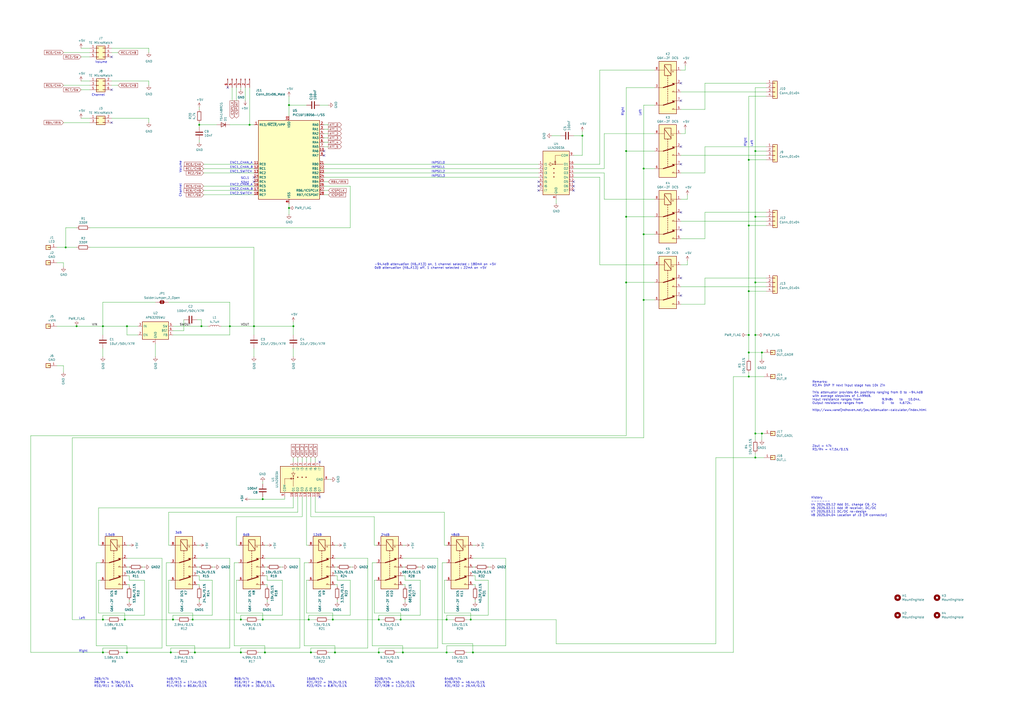
<source format=kicad_sch>
(kicad_sch (version 20250114) (generator "eeschema") (generator_version "9.0")
  (paper "A2")
  (title_block (title "Audio Input Selector with Attenuator 10k/47k") (date "2025-04-04") (rev "8") (comment 1 "https://github.com/schenkmi/electronic-projects"))
  (text "Right" (at 45.72 378.46 0) (effects (font (size 1.27 1.27)) (justify left bottom)))
  (text "6dB" (at 140.97 311.15 0) (effects (font (size 1.27 1.27)) (justify left bottom)))
  (text "24dB" (at 220.98 311.15 0) (effects (font (size 1.27 1.27)) (justify left bottom)))
  (text "32dB/47k\nR25/R26 = 45.3k/0.1%\nR27/R28 = 1.21k/0.1%" (at 217.17 398.78 0) (effects (font (size 1.27 1.27)) (justify left bottom)))
  (text "INPSEL3" (at 250.19 102.87 0) (effects (font (size 1.27 1.27)) (justify left bottom)))
  (text "SCL1" (at 139.7 104.14 0) (effects (font (size 1.27 1.27)) (justify left bottom)))
  (text "History\n-------\nV4 2024.05.12 Add D1, change C6, C4\nV6 2025.02.11 Add IR receiver, DC/DC\nV7 2025.03.11 DC/DC re-design\nV8 2025.04.04 Location of J3 (IR connector)" (at 470.408 293.878 0) (effects (font (size 1.27 1.27)) (justify left)))
  (text "ENC2_CHAN_A" (at 133.35 107.95 0) (effects (font (size 1.27 1.27)) (justify left bottom)))
  (text "Channel" (at 105.41 114.3 90) (effects (font (size 1.27 1.27)) (justify left bottom)))
  (text "8dB/47k\nR16/R17 = 28k/0.1%\nR18/R19 = 30.9k/0.1%" (at 135.89 398.78 0) (effects (font (size 1.27 1.27)) (justify left bottom)))
  (text "Left" (at 372.11 67.31 90) (effects (font (size 1.27 1.27)) (justify left bottom)))
  (text "3dB" (at 101.6 309.88 0) (effects (font (size 1.27 1.27)) (justify left bottom)))
  (text "ENC2_SWITCH" (at 133.35 113.03 0) (effects (font (size 1.27 1.27)) (justify left bottom)))
  (text "12dB" (at 181.61 311.15 0) (effects (font (size 1.27 1.27)) (justify left bottom)))
  (text "ENC1_SWITCH" (at 133.35 100.33 0) (effects (font (size 1.27 1.27)) (justify left bottom)))
  (text "SDA1" (at 139.7 106.68 0) (effects (font (size 1.27 1.27)) (justify left bottom)))
  (text "INPSEL0" (at 250.19 95.25 0) (effects (font (size 1.27 1.27)) (justify left bottom)))
  (text "ENC1_CHAN_A" (at 133.35 95.25 0) (effects (font (size 1.27 1.27)) (justify left bottom)))
  (text "2dB/47k\nR8/R9 = 9.76k/0.1%\nR10/R11 = 182k/0.1%" (at 54.61 398.78 0) (effects (font (size 1.27 1.27)) (justify left bottom)))
  (text "Right" (at 361.95 67.31 90) (effects (font (size 1.27 1.27)) (justify left bottom)))
  (text "16dB/47k\nR21/R22 = 39.2k/0.1%\nR23/R24 = 8.87k/0.1%" (at 177.8 398.78 0) (effects (font (size 1.27 1.27)) (justify left bottom)))
  (text "4dB/47k\nR12/R13 = 17.4k/0.1%\nR14/R15 = 80.6k/0.1%" (at 96.52 398.78 0) (effects (font (size 1.27 1.27)) (justify left bottom)))
  (text "64dB/47k\nR29/R30 = 46.4k/0.1%\nR31/R32 = 29.4R/0.1%" (at 257.81 398.78 0) (effects (font (size 1.27 1.27)) (justify left bottom)))
  (text "Remarks:\nR3,R4 DNP if next input stage has 10k Zin\n\nThis attenuator provides 64 positions ranging from 0 to -94.4dB\nwith average stepsizes of 1.499dB.\nInput resistance ranges from	9.948k	to	10.04k.\nOutput resistance ranges from	0	to	4.672k.\n\nhttp://www.vaneijndhoven.net/jos/attenuator-calculator/index.html\n" (at 471.17 238.76 0) (effects (font (size 1.27 1.27)) (justify left bottom)))
  (text "Right" (at 433.07 85.09 90) (effects (font (size 1.27 1.27)) (justify left bottom)))
  (text "Left" (at 436.88 85.09 90) (effects (font (size 1.27 1.27)) (justify left bottom)))
  (text "1.5dB" (at 60.96 311.15 0) (effects (font (size 1.27 1.27)) (justify left bottom)))
  (text "Left" (at 45.72 359.41 0) (effects (font (size 1.27 1.27)) (justify left bottom)))
  (text "Channel" (at 60.96 55.88 0) (effects (font (size 1.27 1.27)) (justify right bottom)))
  (text "ENC1_CHAN_B" (at 133.35 97.79 0) (effects (font (size 1.27 1.27)) (justify left bottom)))
  (text "48dB" (at 261.62 311.15 0) (effects (font (size 1.27 1.27)) (justify left bottom)))
  (text "Volume" (at 62.23 36.83 0) (effects (font (size 1.27 1.27)) (justify right bottom)))
  (text "-94.4dB attenuation (K6..K13) on, 1 channel selected : 180mA on +5V\n0dB attenuation (K6..K13) off, 1 channel selected : 22mA on +5V" (at 217.17 156.21 0) (effects (font (size 1.27 1.27)) (justify left bottom)))
  (text "ENC2_CHAN_B" (at 133.35 110.49 0) (effects (font (size 1.27 1.27)) (justify left bottom)))
  (text "INPSEL1" (at 250.19 97.79 0) (effects (font (size 1.27 1.27)) (justify left bottom)))
  (text "Volume" (at 105.41 100.33 90) (effects (font (size 1.27 1.27)) (justify left bottom)))
  (text "INPSEL2" (at 250.19 100.33 0) (effects (font (size 1.27 1.27)) (justify left bottom)))
  (text "Zout = 47k\nR3/R4 = 47.5k/0.1%" (at 471.17 261.62 0) (effects (font (size 1.27 1.27)) (justify left bottom)))
  (junction (at 438.15 87.63))
  (junction (at 438.15 125.73))
  (junction (at 434.34 218.44))
  (junction (at 434.34 194.31))
  (junction (at 139.7 359.41))
  (junction (at 167.64 60.96))
  (junction (at 153.67 378.46))
  (junction (at 233.68 378.46))
  (junction (at 144.78 72.39))
  (junction (at 139.7 378.46))
  (junction (at 438.15 265.43))
  (junction (at 152.4 289.56))
  (junction (at 113.03 378.46))
  (junction (at 373.38 173.99))
  (junction (at 232.41 359.41))
  (junction (at 116.84 189.23))
  (junction (at 179.07 359.41))
  (junction (at 363.22 163.83))
  (junction (at 44.45 189.23))
  (junction (at 59.69 378.46))
  (junction (at 72.39 359.41))
  (junction (at 147.32 189.23))
  (junction (at 259.08 359.41))
  (junction (at 259.08 378.46))
  (junction (at 438.15 163.83))
  (junction (at 434.34 92.71))
  (junction (at 152.4 359.41))
  (junction (at 99.06 378.46))
  (junction (at 441.96 204.47))
  (junction (at 59.69 189.23))
  (junction (at 434.34 204.47))
  (junction (at 167.64 120.65))
  (junction (at 363.22 87.63))
  (junction (at 100.33 359.41))
  (junction (at 170.18 189.23))
  (junction (at 194.31 378.46))
  (junction (at 111.76 359.41))
  (junction (at 273.05 359.41))
  (junction (at 73.66 378.46))
  (junction (at 193.04 359.41))
  (junction (at 434.34 130.81))
  (junction (at 363.22 125.73))
  (junction (at 38.1 143.51))
  (junction (at 441.96 251.46))
  (junction (at 373.38 97.79))
  (junction (at 438.15 251.46))
  (junction (at 373.38 135.89))
  (junction (at 59.69 359.41))
  (junction (at 180.34 378.46))
  (junction (at 337.82 78.74))
  (junction (at 115.57 72.39))
  (junction (at 219.71 359.41))
  (junction (at 274.32 378.46))
  (junction (at 438.15 194.31))
  (junction (at 73.66 189.23))
  (junction (at 434.34 168.91))
  (junction (at 133.35 189.23))
  (junction (at 219.71 378.46))
  (no_connect (at 312.42 107.95))
  (no_connect (at 187.96 87.63))
  (no_connect (at 187.96 90.17))
  (no_connect (at 394.97 133.35))
  (no_connect (at 394.97 171.45))
  (no_connect (at 64.77 33.02))
  (no_connect (at 332.74 107.95))
  (no_connect (at 64.77 52.07))
  (no_connect (at 394.97 48.26))
  (no_connect (at 185.42 288.29))
  (no_connect (at 394.97 58.42))
  (no_connect (at 147.32 105.41))
  (no_connect (at 147.32 102.87))
  (no_connect (at 312.42 110.49))
  (no_connect (at 332.74 110.49))
  (no_connect (at 394.97 85.09))
  (no_connect (at 394.97 95.25))
  (no_connect (at 332.74 105.41))
  (no_connect (at 394.97 161.29))
  (no_connect (at 185.42 267.97))
  (no_connect (at 312.42 105.41))
  (no_connect (at 394.97 123.19))
  (no_connect (at 132.08 50.8))
  (no_connect (at 64.77 71.12))
  (wire (pts (xy 73.66 328.93) (xy 74.93 328.93)))
  (wire (pts (xy 72.39 359.41) (xy 100.33 359.41)))
  (wire (pts (xy 147.32 189.23) (xy 170.18 189.23)))
  (wire (pts (xy 90.17 175.26) (xy 59.69 175.26)))
  (wire (pts (xy 72.39 355.6) (xy 72.39 359.41)))
  (wire (pts (xy 59.69 359.41) (xy 62.23 359.41)))
  (wire (pts (xy 180.34 265.43) (xy 180.34 267.97)))
  (wire (pts (xy 218.44 316.23) (xy 217.17 316.23)))
  (wire (pts (xy 190.5 378.46) (xy 194.31 378.46)))
  (wire (pts (xy 59.69 189.23) (xy 73.66 189.23)))
  (wire (pts (xy 187.96 102.87) (xy 312.42 102.87)))
  (wire (pts (xy 434.34 204.47) (xy 441.96 204.47)))
  (wire (pts (xy 139.7 375.92) (xy 139.7 378.46)))
  (wire (pts (xy 153.67 334.01) (xy 154.94 334.01)))
  (wire (pts (xy 434.34 218.44) (xy 443.23 218.44)))
  (wire (pts (xy 397.51 77.47) (xy 397.51 74.93)))
  (wire (pts (xy 233.68 378.46) (xy 259.08 378.46)))
  (wire (pts (xy 172.72 265.43) (xy 172.72 267.97)))
  (wire (pts (xy 177.8 60.96) (xy 167.64 60.96)))
  (wire (pts (xy 408.94 100.33) (xy 394.97 100.33)))
  (wire (pts (xy 363.22 125.73) (xy 363.22 87.63)))
  (wire (pts (xy 154.94 336.55) (xy 163.83 336.55)))
  (wire (pts (xy 213.36 323.85) (xy 213.36 375.92)))
  (wire (pts (xy 139.7 378.46) (xy 142.24 378.46)))
  (wire (pts (xy 434.34 55.88) (xy 434.34 92.71)))
  (wire (pts (xy 322.58 373.38) (xy 415.29 373.38)))
  (wire (pts (xy 55.88 326.39) (xy 55.88 374.65)))
  (wire (pts (xy 97.79 355.6) (xy 111.76 355.6)))
  (wire (pts (xy 438.15 194.31) (xy 438.15 251.46)))
  (wire (pts (xy 57.15 316.23) (xy 57.15 294.64)))
  (wire (pts (xy 86.36 27.94) (xy 86.36 30.48)))
  (wire (pts (xy 38.1 132.08) (xy 38.1 143.51)))
  (wire (pts (xy 73.66 374.65) (xy 73.66 378.46)))
  (wire (pts (xy 203.2 107.95) (xy 203.2 132.08)))
  (wire (pts (xy 149.86 359.41) (xy 152.4 359.41)))
  (wire (pts (xy 433.07 194.31) (xy 434.34 194.31)))
  (wire (pts (xy 73.66 194.31) (xy 73.66 189.23)))
  (wire (pts (xy 139.7 356.87) (xy 139.7 359.41)))
  (wire (pts (xy 123.19 328.93) (xy 124.46 328.93)))
  (wire (pts (xy 179.07 356.87) (xy 179.07 359.41)))
  (wire (pts (xy 217.17 316.23) (xy 217.17 299.72)))
  (wire (pts (xy 115.57 336.55) (xy 123.19 336.55)))
  (wire (pts (xy 215.9 374.65) (xy 233.68 374.65)))
  (wire (pts (xy 147.32 201.93) (xy 147.32 207.01)))
  (wire (pts (xy 293.37 374.65) (xy 259.08 374.65)))
  (wire (pts (xy 137.16 336.55) (xy 137.16 355.6)))
  (wire (pts (xy 274.32 373.38) (xy 274.32 378.46)))
  (wire (pts (xy 363.22 50.8) (xy 379.73 50.8)))
  (wire (pts (xy 408.94 85.09) (xy 408.94 100.33)))
  (wire (pts (xy 257.81 336.55) (xy 257.81 355.6)))
  (wire (pts (xy 434.34 204.47) (xy 434.34 208.28)))
  (wire (pts (xy 275.59 347.98) (xy 275.59 349.25)))
  (wire (pts (xy 444.5 161.29) (xy 408.94 161.29)))
  (wire (pts (xy 190.5 359.41) (xy 193.04 359.41)))
  (wire (pts (xy 373.38 173.99) (xy 373.38 135.89)))
  (wire (pts (xy 133.35 72.39) (xy 144.78 72.39)))
  (wire (pts (xy 270.51 378.46) (xy 274.32 378.46)))
  (wire (pts (xy 59.69 375.92) (xy 59.69 378.46)))
  (wire (pts (xy 332.74 95.25) (xy 347.98 95.25)))
  (wire (pts (xy 55.88 374.65) (xy 73.66 374.65)))
  (wire (pts (xy 170.18 265.43) (xy 170.18 267.97)))
  (wire (pts (xy 233.68 316.23) (xy 234.95 316.23)))
  (wire (pts (xy 93.98 375.92) (xy 59.69 375.92)))
  (wire (pts (xy 152.4 289.56) (xy 165.1 289.56)))
  (wire (pts (xy 96.52 374.65) (xy 113.03 374.65)))
  (wire (pts (xy 97.79 336.55) (xy 97.79 355.6)))
  (wire (pts (xy 116.84 185.42) (xy 116.84 189.23)))
  (wire (pts (xy 118.11 110.49) (xy 147.32 110.49)))
  (wire (pts (xy 213.36 375.92) (xy 180.34 375.92)))
  (wire (pts (xy 133.35 189.23) (xy 133.35 175.26)))
  (wire (pts (xy 59.69 356.87) (xy 59.69 359.41)))
  (wire (pts (xy 254 323.85) (xy 254 375.92)))
  (wire (pts (xy 97.79 316.23) (xy 99.06 316.23)))
  (wire (pts (xy 373.38 97.79) (xy 373.38 60.96)))
  (wire (pts (xy 332.74 90.17) (xy 337.82 90.17)))
  (wire (pts (xy 177.8 355.6) (xy 193.04 355.6)))
  (wire (pts (xy 408.94 138.43) (xy 394.97 138.43)))
  (wire (pts (xy 195.58 347.98) (xy 195.58 349.25)))
  (wire (pts (xy 425.45 218.44) (xy 425.45 378.46)))
  (wire (pts (xy 415.29 265.43) (xy 438.15 265.43)))
  (wire (pts (xy 74.93 336.55) (xy 83.82 336.55)))
  (wire (pts (xy 180.34 299.72) (xy 180.34 288.29)))
  (wire (pts (xy 83.82 336.55) (xy 83.82 356.87)))
  (wire (pts (xy 273.05 359.41) (xy 322.58 359.41)))
  (wire (pts (xy 187.96 95.25) (xy 312.42 95.25)))
  (wire (pts (xy 179.07 316.23) (xy 177.8 316.23)))
  (wire (pts (xy 444.5 163.83) (xy 438.15 163.83)))
  (wire (pts (xy 194.31 378.46) (xy 219.71 378.46)))
  (wire (pts (xy 17.78 252.73) (xy 363.22 252.73)))
  (wire (pts (xy 195.58 336.55) (xy 203.2 336.55)))
  (wire (pts (xy 363.22 125.73) (xy 379.73 125.73)))
  (wire (pts (xy 274.32 316.23) (xy 275.59 316.23)))
  (wire (pts (xy 441.96 251.46) (xy 441.96 255.27)))
  (wire (pts (xy 115.57 340.36) (xy 115.57 339.09)))
  (wire (pts (xy 137.16 50.8) (xy 137.16 58.42)))
  (wire (pts (xy 73.66 334.01) (xy 74.93 334.01)))
  (wire (pts (xy 59.69 175.26) (xy 59.69 189.23)))
  (wire (pts (xy 203.2 336.55) (xy 203.2 356.87)))
  (wire (pts (xy 257.81 316.23) (xy 257.81 297.18)))
  (wire (pts (xy 175.26 265.43) (xy 175.26 267.97)))
  (wire (pts (xy 138.43 326.39) (xy 135.89 326.39)))
  (wire (pts (xy 182.88 297.18) (xy 182.88 288.29)))
  (wire (pts (xy 147.32 143.51) (xy 147.32 189.23)))
  (wire (pts (xy 332.74 100.33) (xy 350.52 100.33)))
  (wire (pts (xy 38.1 143.51) (xy 44.45 143.51)))
  (wire (pts (xy 218.44 336.55) (xy 217.17 336.55)))
  (wire (pts (xy 219.71 359.41) (xy 222.25 359.41)))
  (wire (pts (xy 337.82 78.74) (xy 337.82 90.17)))
  (wire (pts (xy 154.94 340.36) (xy 154.94 339.09)))
  (wire (pts (xy 438.15 87.63) (xy 438.15 125.73)))
  (wire (pts (xy 175.26 299.72) (xy 137.16 299.72)))
  (wire (pts (xy 133.35 194.31) (xy 133.35 189.23)))
  (wire (pts (xy 111.76 355.6) (xy 111.76 359.41)))
  (wire (pts (xy 234.95 334.01) (xy 234.95 336.55)))
  (wire (pts (xy 153.67 378.46) (xy 180.34 378.46)))
  (wire (pts (xy 218.44 326.39) (xy 215.9 326.39)))
  (wire (pts (xy 110.49 359.41) (xy 111.76 359.41)))
  (wire (pts (xy 152.4 359.41) (xy 179.07 359.41)))
  (wire (pts (xy 74.93 334.01) (xy 74.93 336.55)))
  (wire (pts (xy 233.68 328.93) (xy 234.95 328.93)))
  (wire (pts (xy 347.98 102.87) (xy 347.98 153.67)))
  (wire (pts (xy 46.99 33.02) (xy 52.07 33.02)))
  (wire (pts (xy 69.85 359.41) (xy 72.39 359.41)))
  (wire (pts (xy 170.18 294.64) (xy 170.18 288.29)))
  (wire (pts (xy 259.08 374.65) (xy 259.08 378.46)))
  (wire (pts (xy 165.1 288.29) (xy 165.1 289.56)))
  (wire (pts (xy 441.96 251.46) (xy 443.23 251.46)))
  (wire (pts (xy 41.91 254) (xy 373.38 254)))
  (wire (pts (xy 444.5 166.37) (xy 394.97 166.37)))
  (wire (pts (xy 177.8 265.43) (xy 177.8 267.97)))
  (wire (pts (xy 59.69 201.93) (xy 59.69 207.01)))
  (wire (pts (xy 123.19 356.87) (xy 100.33 356.87)))
  (wire (pts (xy 152.4 355.6) (xy 152.4 359.41)))
  (wire (pts (xy 415.29 373.38) (xy 415.29 265.43)))
  (wire (pts (xy 434.34 215.9) (xy 434.34 218.44)))
  (wire (pts (xy 438.15 50.8) (xy 438.15 87.63)))
  (wire (pts (xy 74.93 347.98) (xy 74.93 349.25)))
  (wire (pts (xy 113.03 374.65) (xy 113.03 378.46)))
  (wire (pts (xy 177.8 316.23) (xy 177.8 288.29)))
  (wire (pts (xy 144.78 50.8) (xy 144.78 72.39)))
  (wire (pts (xy 275.59 339.09) (xy 274.32 339.09)))
  (wire (pts (xy 182.88 265.43) (xy 182.88 267.97)))
  (wire (pts (xy 100.33 191.77) (xy 106.68 191.77)))
  (wire (pts (xy 123.19 336.55) (xy 123.19 356.87)))
  (wire (pts (xy 114.3 334.01) (xy 115.57 334.01)))
  (wire (pts (xy 203.2 328.93) (xy 204.47 328.93)))
  (wire (pts (xy 187.96 82.55) (xy 190.5 82.55)))
  (wire (pts (xy 135.89 374.65) (xy 153.67 374.65)))
  (wire (pts (xy 153.67 316.23) (xy 154.94 316.23)))
  (wire (pts (xy 438.15 194.31) (xy 439.42 194.31)))
  (wire (pts (xy 350.52 115.57) (xy 379.73 115.57)))
  (wire (pts (xy 69.85 378.46) (xy 73.66 378.46)))
  (wire (pts (xy 46.99 68.58) (xy 52.07 68.58)))
  (wire (pts (xy 444.5 48.26) (xy 408.94 48.26)))
  (wire (pts (xy 114.3 185.42) (xy 116.84 185.42)))
  (wire (pts (xy 193.04 359.41) (xy 219.71 359.41)))
  (wire (pts (xy 73.66 378.46) (xy 99.06 378.46)))
  (wire (pts (xy 193.04 355.6) (xy 193.04 359.41)))
  (wire (pts (xy 64.77 49.53) (xy 68.58 49.53)))
  (wire (pts (xy 234.95 347.98) (xy 234.95 349.25)))
  (wire (pts (xy 275.59 334.01) (xy 275.59 336.55)))
  (wire (pts (xy 133.35 323.85) (xy 133.35 375.92)))
  (wire (pts (xy 153.67 323.85) (xy 173.99 323.85)))
  (wire (pts (xy 194.31 374.65) (xy 194.31 378.46)))
  (wire (pts (xy 59.69 189.23) (xy 59.69 194.31)))
  (wire (pts (xy 379.73 173.99) (xy 373.38 173.99)))
  (wire (pts (xy 194.31 316.23) (xy 195.58 316.23)))
  (wire (pts (xy 142.24 50.8) (xy 142.24 58.42)))
  (wire (pts (xy 59.69 378.46) (xy 62.23 378.46)))
  (wire (pts (xy 73.66 323.85) (xy 93.98 323.85)))
  (wire (pts (xy 438.15 262.89) (xy 438.15 265.43)))
  (wire (pts (xy 194.31 323.85) (xy 213.36 323.85)))
  (wire (pts (xy 203.2 356.87) (xy 179.07 356.87)))
  (wire (pts (xy 118.11 100.33) (xy 147.32 100.33)))
  (wire (pts (xy 163.83 356.87) (xy 139.7 356.87)))
  (wire (pts (xy 373.38 254) (xy 373.38 173.99)))
  (wire (pts (xy 259.08 326.39) (xy 256.54 326.39)))
  (wire (pts (xy 332.74 78.74) (xy 337.82 78.74)))
  (wire (pts (xy 149.86 378.46) (xy 153.67 378.46)))
  (wire (pts (xy 350.52 97.79) (xy 350.52 77.47)))
  (wire (pts (xy 441.96 204.47) (xy 443.23 204.47)))
  (wire (pts (xy 229.87 359.41) (xy 232.41 359.41)))
  (wire (pts (xy 100.33 356.87) (xy 100.33 359.41)))
  (wire (pts (xy 187.96 85.09) (xy 190.5 85.09)))
  (wire (pts (xy 154.94 347.98) (xy 154.94 349.25)))
  (wire (pts (xy 219.71 375.92) (xy 254 375.92)))
  (wire (pts (xy 96.52 326.39) (xy 96.52 374.65)))
  (wire (pts (xy 36.83 71.12) (xy 52.07 71.12)))
  (wire (pts (xy 394.97 77.47) (xy 397.51 77.47)))
  (wire (pts (xy 167.64 55.88) (xy 167.64 60.96)))
  (wire (pts (xy 74.93 340.36) (xy 74.93 339.09)))
  (wire (pts (xy 434.34 130.81) (xy 434.34 168.91)))
  (wire (pts (xy 274.32 334.01) (xy 275.59 334.01)))
  (wire (pts (xy 194.31 328.93) (xy 195.58 328.93)))
  (wire (pts (xy 187.96 80.01) (xy 190.5 80.01)))
  (wire (pts (xy 110.49 378.46) (xy 113.03 378.46)))
  (wire (pts (xy 170.18 194.31) (xy 170.18 189.23)))
  (wire (pts (xy 58.42 336.55) (xy 57.15 336.55)))
  (wire (pts (xy 33.02 143.51) (xy 38.1 143.51)))
  (wire (pts (xy 57.15 355.6) (xy 72.39 355.6)))
  (wire (pts (xy 257.81 355.6) (xy 273.05 355.6)))
  (wire (pts (xy 270.51 359.41) (xy 273.05 359.41)))
  (wire (pts (xy 115.57 72.39) (xy 115.57 71.12)))
  (wire (pts (xy 408.94 63.5) (xy 394.97 63.5)))
  (wire (pts (xy 444.5 128.27) (xy 394.97 128.27)))
  (wire (pts (xy 444.5 130.81) (xy 434.34 130.81)))
  (wire (pts (xy 106.68 191.77) (xy 106.68 185.42)))
  (wire (pts (xy 133.35 375.92) (xy 99.06 375.92)))
  (wire (pts (xy 274.32 378.46) (xy 425.45 378.46)))
  (wire (pts (xy 167.64 124.46) (xy 167.64 120.65)))
  (wire (pts (xy 133.35 189.23) (xy 128.27 189.23)))
  (wire (pts (xy 187.96 72.39) (xy 190.5 72.39)))
  (wire (pts (xy 64.77 68.58) (xy 86.36 68.58)))
  (wire (pts (xy 363.22 163.83) (xy 363.22 252.73)))
  (wire (pts (xy 36.83 154.94) (xy 36.83 152.4)))
  (wire (pts (xy 139.7 359.41) (xy 142.24 359.41)))
  (wire (pts (xy 176.53 326.39) (xy 176.53 374.65)))
  (wire (pts (xy 273.05 355.6) (xy 273.05 359.41)))
  (wire (pts (xy 144.78 72.39) (xy 147.32 72.39)))
  (wire (pts (xy 41.91 359.41) (xy 41.91 254)))
  (wire (pts (xy 64.77 46.99) (xy 86.36 46.99)))
  (wire (pts (xy 163.83 336.55) (xy 163.83 356.87)))
  (wire (pts (xy 408.94 176.53) (xy 394.97 176.53)))
  (wire (pts (xy 408.94 161.29) (xy 408.94 176.53)))
  (wire (pts (xy 99.06 326.39) (xy 96.52 326.39)))
  (wire (pts (xy 170.18 186.69) (xy 170.18 189.23)))
  (wire (pts (xy 398.78 115.57) (xy 398.78 113.03)))
  (wire (pts (xy 100.33 189.23) (xy 116.84 189.23)))
  (wire (pts (xy 332.74 97.79) (xy 350.52 97.79)))
  (wire (pts (xy 434.34 92.71) (xy 444.5 92.71)))
  (wire (pts (xy 243.84 356.87) (xy 219.71 356.87)))
  (wire (pts (xy 283.21 336.55) (xy 283.21 356.87)))
  (wire (pts (xy 170.18 201.93) (xy 170.18 207.01)))
  (wire (pts (xy 363.22 87.63) (xy 363.22 50.8)))
  (wire (pts (xy 408.94 48.26) (xy 408.94 63.5)))
  (wire (pts (xy 113.03 378.46) (xy 139.7 378.46)))
  (wire (pts (xy 133.35 189.23) (xy 147.32 189.23)))
  (wire (pts (xy 219.71 356.87) (xy 219.71 359.41)))
  (wire (pts (xy 332.74 102.87) (xy 347.98 102.87)))
  (wire (pts (xy 363.22 163.83) (xy 363.22 125.73)))
  (wire (pts (xy 425.45 218.44) (xy 434.34 218.44)))
  (wire (pts (xy 232.41 359.41) (xy 259.08 359.41)))
  (wire (pts (xy 394.97 40.64) (xy 397.51 40.64)))
  (wire (pts (xy 83.82 356.87) (xy 59.69 356.87)))
  (wire (pts (xy 259.08 356.87) (xy 259.08 359.41)))
  (wire (pts (xy 438.15 87.63) (xy 444.5 87.63)))
  (wire (pts (xy 187.96 100.33) (xy 312.42 100.33)))
  (wire (pts (xy 154.94 339.09) (xy 153.67 339.09)))
  (wire (pts (xy 379.73 163.83) (xy 363.22 163.83)))
  (wire (pts (xy 215.9 326.39) (xy 215.9 374.65)))
  (wire (pts (xy 115.57 334.01) (xy 115.57 336.55)))
  (wire (pts (xy 347.98 153.67) (xy 379.73 153.67)))
  (wire (pts (xy 256.54 326.39) (xy 256.54 373.38)))
  (wire (pts (xy 52.07 143.51) (xy 147.32 143.51)))
  (wire (pts (xy 187.96 97.79) (xy 312.42 97.79)))
  (wire (pts (xy 322.58 118.11) (xy 322.58 115.57)))
  (wire (pts (xy 187.96 113.03) (xy 190.5 113.03)))
  (wire (pts (xy 17.78 378.46) (xy 59.69 378.46)))
  (wire (pts (xy 137.16 355.6) (xy 152.4 355.6)))
  (wire (pts (xy 115.57 347.98) (xy 115.57 349.25)))
  (wire (pts (xy 167.64 120.65) (xy 167.64 118.11)))
  (wire (pts (xy 99.06 375.92) (xy 99.06 378.46)))
  (wire (pts (xy 176.53 374.65) (xy 194.31 374.65)))
  (wire (pts (xy 116.84 189.23) (xy 120.65 189.23)))
  (wire (pts (xy 179.07 336.55) (xy 177.8 336.55)))
  (wire (pts (xy 57.15 294.64) (xy 170.18 294.64)))
  (wire (pts (xy 293.37 323.85) (xy 293.37 374.65)))
  (wire (pts (xy 283.21 356.87) (xy 259.08 356.87)))
  (wire (pts (xy 80.01 194.31) (xy 73.66 194.31)))
  (wire (pts (xy 172.72 297.18) (xy 97.79 297.18)))
  (wire (pts (xy 187.96 105.41) (xy 190.5 105.41)))
  (wire (pts (xy 185.42 60.96) (xy 190.5 60.96)))
  (wire (pts (xy 82.55 328.93) (xy 83.82 328.93)))
  (wire (pts (xy 46.99 46.99) (xy 52.07 46.99)))
  (wire (pts (xy 234.95 340.36) (xy 234.95 339.09)))
  (wire (pts (xy 154.94 334.01) (xy 154.94 336.55)))
  (wire (pts (xy 373.38 135.89) (xy 373.38 97.79)))
  (wire (pts (xy 394.97 53.34) (xy 444.5 53.34)))
  (wire (pts (xy 179.07 359.41) (xy 182.88 359.41)))
  (wire (pts (xy 111.76 359.41) (xy 139.7 359.41)))
  (wire (pts (xy 187.96 107.95) (xy 203.2 107.95)))
  (wire (pts (xy 17.78 252.73) (xy 17.78 378.46)))
  (wire (pts (xy 133.35 175.26) (xy 97.79 175.26)))
  (wire (pts (xy 90.17 199.39) (xy 90.17 207.01)))
  (wire (pts (xy 259.08 378.46) (xy 262.89 378.46)))
  (wire (pts (xy 180.34 375.92) (xy 180.34 378.46)))
  (wire (pts (xy 320.04 78.74) (xy 325.12 78.74)))
  (wire (pts (xy 195.58 340.36) (xy 195.58 339.09)))
  (wire (pts (xy 137.16 299.72) (xy 137.16 316.23)))
  (wire (pts (xy 232.41 355.6) (xy 232.41 359.41)))
  (wire (pts (xy 394.97 115.57) (xy 398.78 115.57)))
  (wire (pts (xy 115.57 339.09) (xy 114.3 339.09)))
  (wire (pts (xy 233.68 334.01) (xy 234.95 334.01)))
  (wire (pts (xy 125.73 72.39) (xy 115.57 72.39)))
  (wire (pts (xy 114.3 323.85) (xy 133.35 323.85)))
  (wire (pts (xy 58.42 316.23) (xy 57.15 316.23)))
  (wire (pts (xy 243.84 336.55) (xy 243.84 356.87)))
  (wire (pts (xy 438.15 251.46) (xy 438.15 255.27)))
  (wire (pts (xy 190.5 278.13) (xy 191.77 278.13)))
  (wire (pts (xy 74.93 339.09) (xy 73.66 339.09)))
  (wire (pts (xy 438.15 163.83) (xy 438.15 194.31)))
  (wire (pts (xy 217.17 355.6) (xy 232.41 355.6)))
  (wire (pts (xy 322.58 359.41) (xy 322.58 373.38)))
  (wire (pts (xy 152.4 279.4) (xy 152.4 280.67)))
  (wire (pts (xy 100.33 194.31) (xy 133.35 194.31)))
  (wire (pts (xy 118.11 95.25) (xy 147.32 95.25)))
  (wire (pts (xy 115.57 73.66) (xy 115.57 72.39)))
  (wire (pts (xy 118.11 97.79) (xy 147.32 97.79)))
  (wire (pts (xy 373.38 60.96) (xy 379.73 60.96)))
  (wire (pts (xy 33.02 189.23) (xy 44.45 189.23)))
  (wire (pts (xy 152.4 288.29) (xy 152.4 289.56)))
  (wire (pts (xy 233.68 323.85) (xy 254 323.85)))
  (wire (pts (xy 363.22 87.63) (xy 379.73 87.63)))
  (wire (pts (xy 408.94 123.19) (xy 408.94 138.43)))
  (wire (pts (xy 187.96 110.49) (xy 190.5 110.49)))
  (wire (pts (xy 434.34 168.91) (xy 434.34 194.31)))
  (wire (pts (xy 441.96 204.47) (xy 441.96 208.28)))
  (wire (pts (xy 347.98 40.64) (xy 347.98 95.25)))
  (wire (pts (xy 219.71 378.46) (xy 219.71 375.92)))
  (wire (pts (xy 172.72 288.29) (xy 172.72 297.18)))
  (wire (pts (xy 242.57 328.93) (xy 243.84 328.93)))
  (wire (pts (xy 36.83 215.9) (xy 36.83 212.09)))
  (wire (pts (xy 64.77 27.94) (xy 86.36 27.94)))
  (wire (pts (xy 350.52 77.47) (xy 379.73 77.47)))
  (wire (pts (xy 398.78 153.67) (xy 398.78 151.13)))
  (wire (pts (xy 256.54 373.38) (xy 274.32 373.38)))
  (wire (pts (xy 187.96 74.93) (xy 190.5 74.93)))
  (wire (pts (xy 93.98 323.85) (xy 93.98 375.92)))
  (wire (pts (xy 175.26 288.29) (xy 175.26 299.72)))
  (wire (pts (xy 115.57 82.55) (xy 115.57 81.28)))
  (wire (pts (xy 217.17 299.72) (xy 180.34 299.72)))
  (wire (pts (xy 274.32 323.85) (xy 293.37 323.85)))
  (wire (pts (xy 144.78 289.56) (xy 152.4 289.56)))
  (wire (pts (xy 434.34 55.88) (xy 444.5 55.88)))
  (wire (pts (xy 58.42 326.39) (xy 55.88 326.39)))
  (wire (pts (xy 57.15 336.55) (xy 57.15 355.6)))
  (wire (pts (xy 337.82 76.2) (xy 337.82 78.74)))
  (wire (pts (xy 173.99 375.92) (xy 139.7 375.92)))
  (wire (pts (xy 234.95 336.55) (xy 243.84 336.55)))
  (wire (pts (xy 86.36 68.58) (xy 86.36 71.12)))
  (wire (pts (xy 259.08 336.55) (xy 257.81 336.55)))
  (wire (pts (xy 444.5 85.09) (xy 408.94 85.09)))
  (wire (pts (xy 177.8 336.55) (xy 177.8 355.6)))
  (wire (pts (xy 397.51 40.64) (xy 397.51 38.1)))
  (wire (pts (xy 434.34 168.91) (xy 444.5 168.91)))
  (wire (pts (xy 137.16 316.23) (xy 138.43 316.23)))
  (wire (pts (xy 118.11 113.03) (xy 147.32 113.03)))
  (wire (pts (xy 114.3 316.23) (xy 115.57 316.23)))
  (wire (pts (xy 73.66 316.23) (xy 74.93 316.23)))
  (wire (pts (xy 347.98 40.64) (xy 379.73 40.64)))
  (wire (pts (xy 234.95 339.09) (xy 233.68 339.09)))
  (wire (pts (xy 180.34 378.46) (xy 182.88 378.46)))
  (wire (pts (xy 373.38 135.89) (xy 379.73 135.89)))
  (wire (pts (xy 173.99 323.85) (xy 173.99 375.92)))
  (wire (pts (xy 195.58 334.01) (xy 195.58 336.55)))
  (wire (pts (xy 99.06 378.46) (xy 102.87 378.46)))
  (wire (pts (xy 434.34 92.71) (xy 434.34 130.81)))
  (wire (pts (xy 36.83 49.53) (xy 52.07 49.53)))
  (wire (pts (xy 138.43 336.55) (xy 137.16 336.55)))
  (wire (pts (xy 52.07 132.08) (xy 203.2 132.08)))
  (wire (pts (xy 179.07 326.39) (xy 176.53 326.39)))
  (wire (pts (xy 147.32 189.23) (xy 147.32 194.31)))
  (wire (pts (xy 99.06 336.55) (xy 97.79 336.55)))
  (wire (pts (xy 36.83 30.48) (xy 52.07 30.48)))
  (wire (pts (xy 438.15 251.46) (xy 441.96 251.46)))
  (wire (pts (xy 100.33 359.41) (xy 102.87 359.41)))
  (wire (pts (xy 373.38 97.79) (xy 379.73 97.79)))
  (wire (pts (xy 36.83 152.4) (xy 33.02 152.4)))
  (wire (pts (xy 118.11 107.95) (xy 147.32 107.95)))
  (wire (pts (xy 259.08 359.41) (xy 262.89 359.41)))
  (wire (pts (xy 114.3 328.93) (xy 115.57 328.93)))
  (wire (pts (xy 153.67 328.93) (xy 154.94 328.93)))
  (wire (pts (xy 97.79 297.18) (xy 97.79 316.23)))
  (wire (pts (xy 434.34 194.31) (xy 434.34 204.47)))
  (wire (pts (xy 274.32 328.93) (xy 275.59 328.93)))
  (wire (pts (xy 167.64 60.96) (xy 167.64 67.31)))
  (wire (pts (xy 444.5 123.19) (xy 408.94 123.19)))
  (wire (pts (xy 195.58 339.09) (xy 194.31 339.09)))
  (wire (pts (xy 217.17 336.55) (xy 217.17 355.6)))
  (wire (pts (xy 86.36 46.99) (xy 86.36 49.53)))
  (wire (pts (xy 44.45 132.08) (xy 38.1 132.08)))
  (wire (pts (xy 438.15 125.73) (xy 438.15 163.83)))
  (wire (pts (xy 73.66 189.23) (xy 80.01 189.23)))
  (wire (pts (xy 41.91 359.41) (xy 59.69 359.41)))
  (wire (pts (xy 187.96 77.47) (xy 190.5 77.47)))
  (wire (pts (xy 394.97 153.67) (xy 398.78 153.67)))
  (wire (pts (xy 444.5 50.8) (xy 438.15 50.8)))
  (wire (pts (xy 438.15 265.43) (xy 443.23 265.43)))
  (wire (pts (xy 350.52 100.33) (xy 350.52 115.57)))
  (wire (pts (xy 162.56 328.93) (xy 163.83 328.93)))
  (wire (pts (xy 275.59 340.36) (xy 275.59 339.09)))
  (wire (pts (xy 135.89 326.39) (xy 135.89 374.65)))
  (wire (pts (xy 444.5 90.17) (xy 394.97 90.17)))
  (wire (pts (xy 115.57 63.5) (xy 115.57 62.23)))
  (wire (pts (xy 33.02 212.09) (xy 36.83 212.09)))
  (wire (pts (xy 283.21 328.93) (xy 284.48 328.93)))
  (wire (pts (xy 219.71 378.46) (xy 222.25 378.46)))
  (wire (pts (xy 438.15 125.73) (xy 444.5 125.73)))
  (wire (pts (xy 257.81 297.18) (xy 182.88 297.18)))
  (wire (pts (xy 233.68 374.65) (xy 233.68 378.46)))
  (wire (pts (xy 194.31 334.01) (xy 195.58 334.01)))
  (wire (pts (xy 64.77 30.48) (xy 68.58 30.48)))
  (wire (pts (xy 46.99 52.07) (xy 52.07 52.07)))
  (wire (pts (xy 153.67 374.65) (xy 153.67 378.46)))
  (wire (pts (xy 229.87 378.46) (xy 233.68 378.46)))
  (wire (pts (xy 259.08 316.23) (xy 257.81 316.23)))
  (wire (pts (xy 46.99 27.94) (xy 52.07 27.94)))
  (wire (pts (xy 134.62 50.8) (xy 134.62 58.42)))
  (wire (pts (xy 139.7 50.8) (xy 139.7 52.07)))
  (wire (pts (xy 275.59 336.55) (xy 283.21 336.55)))
  (wire (pts (xy 44.45 189.23) (xy 59.69 189.23)))
  (label "VOUT" (at 139.7 189.23 0))
  (label "VIN" (at 53.34 189.23 0))
  (label "SWOUT" (at 104.14 189.23 0))
  (global_label "ATT_2" (shape input) (at 175.26 265.43 90) (property "Intersheetrefs" "${INTERSHEET_REFS}" (effects (hide yes))))
  (global_label "ATT_1" (shape input) (at 172.72 265.43 90) (property "Intersheetrefs" "${INTERSHEET_REFS}" (effects (hide yes))))
  (global_label "ICSPDAT" (shape output) (at 137.16 58.42 270) (property "Intersheetrefs" "${INTERSHEET_REFS}" (effects (hide yes))))
  (global_label "RC0{slash}CHA" (shape input) (at 36.83 30.48 180) (property "Intersheetrefs" "${INTERSHEET_REFS}" (effects (hide yes))))
  (global_label "RC2{slash}SW" (shape input) (at 118.11 100.33 180) (property "Intersheetrefs" "${INTERSHEET_REFS}" (effects (hide yes))))
  (global_label "ATT_0" (shape output) (at 190.5 72.39 0) (property "Intersheetrefs" "${INTERSHEET_REFS}" (effects (hide yes))))
  (global_label "RC7{slash}SW" (shape input) (at 46.99 52.07 180) (property "Intersheetrefs" "${INTERSHEET_REFS}" (effects (hide yes))))
  (global_label "ATT_3" (shape output) (at 190.5 80.01 0) (property "Intersheetrefs" "${INTERSHEET_REFS}" (effects (hide yes))))
  (global_label "RC6{slash}CHB" (shape input) (at 68.58 49.53 0) (property "Intersheetrefs" "${INTERSHEET_REFS}" (effects (hide yes))))
  (global_label "RC7{slash}SW" (shape input) (at 118.11 113.03 180) (property "Intersheetrefs" "${INTERSHEET_REFS}" (effects (hide yes))))
  (global_label "RC6{slash}CHB" (shape input) (at 118.11 110.49 180) (property "Intersheetrefs" "${INTERSHEET_REFS}" (effects (hide yes))))
  (global_label "RC5{slash}CHA" (shape input) (at 36.83 49.53 180) (property "Intersheetrefs" "${INTERSHEET_REFS}" (effects (hide yes))))
  (global_label "RB4{slash}IRIN" (shape input) (at 190.5 105.41 0) (property "Intersheetrefs" "${INTERSHEET_REFS}" (effects (hide yes))))
  (global_label "ATT_5" (shape output) (at 190.5 85.09 0) (property "Intersheetrefs" "${INTERSHEET_REFS}" (effects (hide yes))))
  (global_label "RC0{slash}CHA" (shape input) (at 118.11 95.25 180) (property "Intersheetrefs" "${INTERSHEET_REFS}" (effects (hide yes))))
  (global_label "ATT_0" (shape input) (at 170.18 265.43 90) (property "Intersheetrefs" "${INTERSHEET_REFS}" (effects (hide yes))))
  (global_label "ICSPDAT" (shape input) (at 190.5 113.03 0) (property "Intersheetrefs" "${INTERSHEET_REFS}" (effects (hide yes))))
  (global_label "ATT_5" (shape input) (at 182.88 265.43 90) (property "Intersheetrefs" "${INTERSHEET_REFS}" (effects (hide yes))))
  (global_label "ICSPCLK" (shape input) (at 190.5 110.49 0) (property "Intersheetrefs" "${INTERSHEET_REFS}" (effects (hide yes))))
  (global_label "ATT_4" (shape output) (at 190.5 82.55 0) (property "Intersheetrefs" "${INTERSHEET_REFS}" (effects (hide yes))))
  (global_label "RC2{slash}SW" (shape input) (at 46.99 33.02 180) (property "Intersheetrefs" "${INTERSHEET_REFS}" (effects (hide yes))))
  (global_label "ATT_1" (shape output) (at 190.5 74.93 0) (property "Intersheetrefs" "${INTERSHEET_REFS}" (effects (hide yes))))
  (global_label "RC1{slash}CHB" (shape input) (at 68.58 30.48 0) (property "Intersheetrefs" "${INTERSHEET_REFS}" (effects (hide yes))))
  (global_label "ATT_2" (shape output) (at 190.5 77.47 0) (property "Intersheetrefs" "${INTERSHEET_REFS}" (effects (hide yes))))
  (global_label "RC5{slash}CHA" (shape input) (at 118.11 107.95 180) (property "Intersheetrefs" "${INTERSHEET_REFS}" (effects (hide yes))))
  (global_label "ICSPCLK" (shape output) (at 134.62 58.42 270) (property "Intersheetrefs" "${INTERSHEET_REFS}" (effects (hide yes))))
  (global_label "ATT_3" (shape input) (at 177.8 265.43 90) (property "Intersheetrefs" "${INTERSHEET_REFS}" (effects (hide yes))))
  (global_label "RB4{slash}IRIN" (shape input) (at 36.83 71.12 180) (property "Intersheetrefs" "${INTERSHEET_REFS}" (effects (hide yes))))
  (global_label "RC1{slash}CHB" (shape input) (at 118.11 97.79 180) (property "Intersheetrefs" "${INTERSHEET_REFS}" (effects (hide yes))))
  (global_label "ATT_4" (shape input) (at 180.34 265.43 90) (property "Intersheetrefs" "${INTERSHEET_REFS}" (effects (hide yes))))
  (symbol (lib_id "Mechanical:MountingHole") (at 520.7 346.71 0) (unit 1)
    (property "Reference" "H1" (at 523.24 345.5416 0) (effects (justify left)))
    (property "Value" "MountingHole" (at 523.24 347.853 0) (effects (justify left)))
    (property "Footprint" "MountingHole:MountingHole_3.2mm_M3_Pad_Via" (effects (hide yes)))
    (property "Description" "Mounting Hole without connection" (effects (hide yes)))
  )
  (symbol (lib_id "Mechanical:MountingHole") (at 543.56 346.71 0) (unit 1)
    (property "Reference" "H3" (at 546.1 345.5416 0) (effects (justify left)))
    (property "Value" "MountingHole" (at 546.1 347.853 0) (effects (justify left)))
    (property "Footprint" "MountingHole:MountingHole_3.2mm_M3" (effects (hide yes)))
    (property "Description" "Mounting Hole without connection" (effects (hide yes)))
  )
  (symbol (lib_id "Mechanical:MountingHole") (at 520.7 356.87 0) (unit 1)
    (property "Reference" "H2" (at 523.24 355.7016 0) (effects (justify left)))
    (property "Value" "MountingHole" (at 523.24 358.013 0) (effects (justify left)))
    (property "Footprint" "MountingHole:MountingHole_3.2mm_M3" (effects (hide yes)))
    (property "Description" "Mounting Hole without connection" (effects (hide yes)))
  )
  (symbol (lib_id "Mechanical:MountingHole") (at 543.56 356.87 0) (unit 1)
    (property "Reference" "H4" (at 546.1 355.7016 0) (effects (justify left)))
    (property "Value" "MountingHole" (at 546.1 358.013 0) (effects (justify left)))
    (property "Footprint" "MountingHole:MountingHole_3.2mm_M3_Pad_Via" (effects (hide yes)))
    (property "Description" "Mounting Hole without connection" (effects (hide yes)))
  )
  (symbol (lib_id "Relay:G6K-2") (at 387.35 50.8 270) (unit 1)
    (property "Reference" "K2" (at 387.35 31.3182 90))
    (property "Value" "G6K-2F DC5" (at 387.35 33.6296 90))
    (property "Footprint" "Relay_SMD:Relay_DPDT_Omron_G6K-2F" (effects (hide yes)))
    (property "Datasheet" "http://omronfs.omron.com/en_US/ecb/products/pdf/en-g6k.pdf" (effects (hide yes)))
    (property "Description" "Miniature 2-pole relay, Single-side Stable" (effects (hide yes)))
  )
  (symbol (lib_id "Transistor_Array:ULN2003A") (at 322.58 100.33 0) (unit 1)
    (property "Reference" "U4" (at 322.58 83.3882 0))
    (property "Value" "ULN2003A" (at 322.58 85.6996 0))
    (property "Footprint" "Package_SO:SOIC-16_3.9x9.9mm_P1.27mm" (effects (hide yes)))
    (property "Datasheet" "http://www.ti.com/lit/ds/symlink/uln2003a.pdf" (effects (hide yes)))
    (property "Description" "High Voltage, High Current Darlington Transistor Arrays, SOIC16/SOIC16W/DIP16/TSSOP16" (effects (hide yes)))
  )
  (symbol (lib_id "Device:R") (at 48.26 143.51 270) (unit 1)
    (property "Reference" "R2" (at 48.26 138.2522 90))
    (property "Value" "330R" (at 48.26 140.5636 90))
    (property "Footprint" "Resistor_SMD:R_0805_2012Metric_Pad1.20x1.40mm_HandSolder" (effects (hide yes)))
    (property "Description" "Resistor" (effects (hide yes)))
  )
  (symbol (lib_id "Relay:G6K-2") (at 387.35 87.63 270) (unit 1)
    (property "Reference" "K3" (at 387.35 68.1482 90))
    (property "Value" "G6K-2F DC5" (at 387.35 70.4596 90))
    (property "Footprint" "Relay_SMD:Relay_DPDT_Omron_G6K-2F" (effects (hide yes)))
    (property "Datasheet" "http://omronfs.omron.com/en_US/ecb/products/pdf/en-g6k.pdf" (effects (hide yes)))
    (property "Description" "Miniature 2-pole relay, Single-side Stable" (effects (hide yes)))
  )
  (symbol (lib_id "Relay:G6K-2") (at 387.35 125.73 270) (unit 1)
    (property "Reference" "K4" (at 387.35 106.2482 90))
    (property "Value" "G6K-2F DC5" (at 387.35 108.5596 90))
    (property "Footprint" "Relay_SMD:Relay_DPDT_Omron_G6K-2F" (effects (hide yes)))
    (property "Datasheet" "http://omronfs.omron.com/en_US/ecb/products/pdf/en-g6k.pdf" (effects (hide yes)))
    (property "Description" "Miniature 2-pole relay, Single-side Stable" (effects (hide yes)))
  )
  (symbol (lib_id "Relay:G6K-2") (at 387.35 163.83 270) (unit 1)
    (property "Reference" "K5" (at 387.35 144.3482 90))
    (property "Value" "G6K-2F DC5" (at 387.35 146.6596 90))
    (property "Footprint" "Relay_SMD:Relay_DPDT_Omron_G6K-2F" (effects (hide yes)))
    (property "Datasheet" "http://omronfs.omron.com/en_US/ecb/products/pdf/en-g6k.pdf" (effects (hide yes)))
    (property "Description" "Miniature 2-pole relay, Single-side Stable" (effects (hide yes)))
  )
  (symbol (lib_id "Connector_Generic:Conn_01x01") (at 27.94 212.09 180) (unit 1)
    (property "Reference" "J6" (at 30.0228 206.375 0))
    (property "Value" "GND" (at 30.0228 208.6864 0))
    (property "Footprint" "Connector_Pin:Pin_D1.0mm_L10.0mm" (effects (hide yes)))
    (property "Description" "Generic connector, single row, 01x01, script generated (kicad-library-utils/schlib/autogen/connector/)" (effects (hide yes)))
  )
  (symbol (lib_id "Connector_Generic:Conn_01x01") (at 27.94 189.23 180) (unit 1)
    (property "Reference" "J5" (at 30.0228 183.515 0))
    (property "Value" "+VIN" (at 30.0228 185.8264 0))
    (property "Footprint" "Connector_Pin:Pin_D1.0mm_L10.0mm" (effects (hide yes)))
    (property "Description" "Generic connector, single row, 01x01, script generated (kicad-library-utils/schlib/autogen/connector/)" (effects (hide yes)))
  )
  (symbol (lib_id "Device:R") (at 48.26 132.08 270) (unit 1)
    (property "Reference" "R1" (at 48.26 126.8222 90))
    (property "Value" "330R" (at 48.26 129.1336 90))
    (property "Footprint" "Resistor_SMD:R_0805_2012Metric_Pad1.20x1.40mm_HandSolder" (effects (hide yes)))
    (property "Description" "Resistor" (effects (hide yes)))
  )
  (symbol (lib_id "Connector_Generic:Conn_01x01") (at 27.94 152.4 180) (unit 1)
    (property "Reference" "J2" (at 30.0228 146.685 0))
    (property "Value" "GND" (at 30.0228 148.9964 0))
    (property "Footprint" "Connector_Pin:Pin_D1.0mm_L10.0mm" (effects (hide yes)))
    (property "Description" "Generic connector, single row, 01x01, script generated (kicad-library-utils/schlib/autogen/connector/)" (effects (hide yes)))
  )
  (symbol (lib_id "Connector_Generic:Conn_01x01") (at 27.94 143.51 180) (unit 1)
    (property "Reference" "J1" (at 30.0228 137.795 0))
    (property "Value" "LED" (at 30.0228 140.1064 0))
    (property "Footprint" "Connector_Pin:Pin_D1.0mm_L10.0mm" (effects (hide yes)))
    (property "Description" "Generic connector, single row, 01x01, script generated (kicad-library-utils/schlib/autogen/connector/)" (effects (hide yes)))
  )
  (symbol (lib_id "power:GND") (at 36.83 154.94 0) (unit 1)
    (property "Reference" "#PWR0109" (effects (hide yes)))
    (property "Value" "GND" (at 36.957 159.3342 0))
    (property "Description" "Power symbol creates a global label with name \"GND\" , ground" (effects (hide yes)))
  )
  (symbol (lib_id "power:+5V") (at 337.82 76.2 0) (unit 1)
    (property "Reference" "#PWR0110" (effects (hide yes)))
    (property "Value" "+5V" (at 338.201 71.8058 0))
    (property "Description" "Power symbol creates a global label with name \"+5V\"" (effects (hide yes)))
  )
  (symbol (lib_id "power:+5V") (at 397.51 38.1 0) (unit 1)
    (property "Reference" "#PWR0111" (effects (hide yes)))
    (property "Value" "+5V" (at 397.891 33.7058 0))
    (property "Description" "Power symbol creates a global label with name \"+5V\"" (effects (hide yes)))
  )
  (symbol (lib_id "power:+5V") (at 397.51 74.93 0) (unit 1)
    (property "Reference" "#PWR0112" (effects (hide yes)))
    (property "Value" "+5V" (at 397.891 70.5358 0))
    (property "Description" "Power symbol creates a global label with name \"+5V\"" (effects (hide yes)))
  )
  (symbol (lib_id "Device:C") (at 328.93 78.74 90) (unit 1)
    (property "Reference" "C5" (at 327.7616 75.819 0) (effects (justify left)))
    (property "Value" "100nF" (at 330.073 75.819 0) (effects (justify left)))
    (property "Footprint" "Capacitor_SMD:C_0805_2012Metric_Pad1.18x1.45mm_HandSolder" (effects (hide yes)))
    (property "Description" "Unpolarized capacitor" (effects (hide yes)))
  )
  (symbol (lib_id "Connector_Generic:Conn_01x01") (at 448.31 218.44 0) (unit 1)
    (property "Reference" "J14" (at 450.342 217.3732 0) (effects (justify left)))
    (property "Value" "OUT_R" (at 450.342 219.6846 0) (effects (justify left)))
    (property "Footprint" "Connector_Pin:Pin_D1.0mm_L10.0mm" (effects (hide yes)))
    (property "Description" "Generic connector, single row, 01x01, script generated (kicad-library-utils/schlib/autogen/connector/)" (effects (hide yes)))
  )
  (symbol (lib_id "Connector_Generic:Conn_01x01") (at 448.31 204.47 0) (unit 1)
    (property "Reference" "J15" (at 450.342 203.4032 0) (effects (justify left)))
    (property "Value" "OUT_GNDR" (at 450.342 205.7146 0) (effects (justify left)))
    (property "Footprint" "Connector_Pin:Pin_D1.0mm_L10.0mm" (effects (hide yes)))
    (property "Description" "Generic connector, single row, 01x01, script generated (kicad-library-utils/schlib/autogen/connector/)" (effects (hide yes)))
  )
  (symbol (lib_id "Connector_Generic:Conn_01x01") (at 448.31 265.43 0) (unit 1)
    (property "Reference" "J16" (at 450.342 264.3632 0) (effects (justify left)))
    (property "Value" "OUT_L" (at 450.342 266.6746 0) (effects (justify left)))
    (property "Footprint" "Connector_Pin:Pin_D1.0mm_L10.0mm" (effects (hide yes)))
    (property "Description" "Generic connector, single row, 01x01, script generated (kicad-library-utils/schlib/autogen/connector/)" (effects (hide yes)))
  )
  (symbol (lib_id "Connector_Generic:Conn_01x01") (at 448.31 251.46 0) (unit 1)
    (property "Reference" "J17" (at 450.342 250.3932 0) (effects (justify left)))
    (property "Value" "OUT_GNDL" (at 450.342 252.7046 0) (effects (justify left)))
    (property "Footprint" "Connector_Pin:Pin_D1.0mm_L10.0mm" (effects (hide yes)))
    (property "Description" "Generic connector, single row, 01x01, script generated (kicad-library-utils/schlib/autogen/connector/)" (effects (hide yes)))
  )
  (symbol (lib_id "power:+5V") (at 398.78 113.03 0) (unit 1)
    (property "Reference" "#PWR0113" (effects (hide yes)))
    (property "Value" "+5V" (at 399.161 108.6358 0))
    (property "Description" "Power symbol creates a global label with name \"+5V\"" (effects (hide yes)))
  )
  (symbol (lib_id "power:+5V") (at 398.78 151.13 0) (unit 1)
    (property "Reference" "#PWR0114" (effects (hide yes)))
    (property "Value" "+5V" (at 399.161 146.7358 0))
    (property "Description" "Power symbol creates a global label with name \"+5V\"" (effects (hide yes)))
  )
  (symbol (lib_id "power:GND") (at 320.04 78.74 270) (unit 1)
    (property "Reference" "#PWR0116" (effects (hide yes)))
    (property "Value" "GND" (at 315.6458 78.867 0))
    (property "Description" "Power symbol creates a global label with name \"GND\" , ground" (effects (hide yes)))
  )
  (symbol (lib_id "power:GND") (at 322.58 118.11 0) (unit 1)
    (property "Reference" "#PWR0119" (effects (hide yes)))
    (property "Value" "GND" (at 322.707 122.5042 0))
    (property "Description" "Power symbol creates a global label with name \"GND\" , ground" (effects (hide yes)))
  )
  (symbol (lib_id "power:+5V") (at 154.94 316.23 270) (unit 1)
    (property "Reference" "#PWR0133" (effects (hide yes)))
    (property "Value" "+5V" (at 159.3342 316.611 0))
    (property "Description" "Power symbol creates a global label with name \"+5V\"" (effects (hide yes)))
  )
  (symbol (lib_id "Device:C") (at 170.18 198.12 0) (unit 1)
    (property "Reference" "C4" (at 173.9876 196.8499 0) (effects (justify left)))
    (property "Value" "22uF/25V/X7R" (at 173.9876 199.3899 0) (effects (justify left)))
    (property "Footprint" "Capacitor_SMD:C_1210_3225Metric_Pad1.33x2.70mm_HandSolder" (effects (hide yes)))
    (property "Description" "Unpolarized capacitor" (effects (hide yes)))
  )
  (symbol (lib_id "power:GND") (at 191.77 278.13 90) (unit 1)
    (property "Reference" "#PWR0136" (effects (hide yes)))
    (property "Value" "GND" (at 196.1642 278.003 0))
    (property "Description" "Power symbol creates a global label with name \"GND\" , ground" (effects (hide yes)))
  )
  (symbol (lib_id "power:+5V") (at 234.95 316.23 270) (unit 1)
    (property "Reference" "#PWR0139" (effects (hide yes)))
    (property "Value" "+5V" (at 239.3442 316.611 0))
    (property "Description" "Power symbol creates a global label with name \"+5V\"" (effects (hide yes)))
  )
  (symbol (lib_id "power:+5V") (at 170.18 186.69 0) (unit 1)
    (property "Reference" "#PWR09" (effects (hide yes)))
    (property "Value" "+5V" (at 170.561 182.2958 0))
    (property "Description" "Power symbol creates a global label with name \"+5V\"" (effects (hide yes)))
  )
  (symbol (lib_id "Device:R") (at 266.7 359.41 90) (unit 1)
    (property "Reference" "R29" (at 266.7 364.6678 90))
    (property "Value" "10k/0.1%" (at 266.7 362.3564 90))
    (property "Footprint" "Resistor_SMD:R_0805_2012Metric_Pad1.20x1.40mm_HandSolder" (effects (hide yes)))
    (property "Description" "Resistor" (effects (hide yes)))
  )
  (symbol (lib_id "Device:R") (at 266.7 378.46 90) (unit 1)
    (property "Reference" "R30" (at 266.7 383.7178 90))
    (property "Value" "10k/0.1%" (at 266.7 381.4064 90))
    (property "Footprint" "Resistor_SMD:R_0805_2012Metric_Pad1.20x1.40mm_HandSolder" (effects (hide yes)))
    (property "Description" "Resistor" (effects (hide yes)))
  )
  (symbol (lib_id "power:+5V") (at 46.99 68.58 0) (unit 1)
    (property "Reference" "#PWR012" (effects (hide yes)))
    (property "Value" "+5V" (at 47.371 64.1858 0))
    (property "Description" "Power symbol creates a global label with name \"+5V\"" (effects (hide yes)))
  )
  (symbol (lib_id "Connector_Generic:Conn_01x04") (at 449.58 163.83 0) (unit 1)
    (property "Reference" "J13" (at 452.12 164.465 0) (effects (justify left)))
    (property "Value" "Conn_01x04" (at 452.12 167.005 0) (effects (justify left)))
    (property "Footprint" "Connector_Hirose:Hirose_DF13-04P-1.25DSA_1x04_P1.25mm_Vertical" (effects (hide yes)))
    (property "Description" "Generic connector, single row, 01x04, script generated (kicad-library-utils/schlib/autogen/connector/)" (effects (hide yes)))
  )
  (symbol (lib_id "Device:R") (at 279.4 328.93 90) (unit 1)
    (property "Reference" "R32" (at 279.4 334.1878 90))
    (property "Value" "40.2R/0.1%" (at 279.4 331.8764 90))
    (property "Footprint" "Resistor_SMD:R_0805_2012Metric_Pad1.20x1.40mm_HandSolder" (effects (hide yes)))
    (property "Description" "Resistor" (effects (hide yes)))
  )
  (symbol (lib_id "Device:R") (at 74.93 344.17 180) (unit 1)
    (property "Reference" "R10" (at 80.1878 344.17 90))
    (property "Value" "53.6k/0.1%" (at 77.8764 344.17 90))
    (property "Footprint" "Resistor_SMD:R_0805_2012Metric_Pad1.20x1.40mm_HandSolder" (effects (hide yes)))
    (property "Description" "Resistor" (effects (hide yes)))
  )
  (symbol (lib_id "Connector:Conn_01x06_Male") (at 139.7 45.72 270) (unit 1)
    (property "Reference" "J11" (at 148.4376 52.3748 90) (effects (justify left)))
    (property "Value" "Conn_01x06_Male" (at 148.4376 54.6862 90) (effects (justify left)))
    (property "Footprint" "Connector_PinHeader_2.54mm:PinHeader_1x06_P2.54mm_Vertical" (effects (hide yes)))
  )
  (symbol (lib_id "Device:R") (at 106.68 378.46 90) (unit 1)
    (property "Reference" "R13" (at 106.68 383.7178 90))
    (property "Value" "2.94k/0.1%" (at 106.68 381.4064 90))
    (property "Footprint" "Resistor_SMD:R_0805_2012Metric_Pad1.20x1.40mm_HandSolder" (effects (hide yes)))
    (property "Description" "Resistor" (effects (hide yes)))
  )
  (symbol (lib_id "Device:R") (at 66.04 359.41 90) (unit 1)
    (property "Reference" "R8" (at 66.04 364.6678 90))
    (property "Value" "1.58k/0.1%" (at 66.04 362.3564 90))
    (property "Footprint" "Resistor_SMD:R_0805_2012Metric_Pad1.20x1.40mm_HandSolder" (effects (hide yes)))
    (property "Description" "Resistor" (effects (hide yes)))
  )
  (symbol (lib_id "Device:R") (at 146.05 359.41 90) (unit 1)
    (property "Reference" "R16" (at 146.05 364.6678 90))
    (property "Value" "4.99k/0.1%" (at 146.05 362.3564 90))
    (property "Footprint" "Resistor_SMD:R_0805_2012Metric_Pad1.20x1.40mm_HandSolder" (effects (hide yes)))
    (property "Description" "Resistor" (effects (hide yes)))
  )
  (symbol (lib_id "Device:R") (at 226.06 359.41 90) (unit 1)
    (property "Reference" "R25" (at 226.06 364.6678 90))
    (property "Value" "9.31k/0.1%" (at 226.06 362.3564 90))
    (property "Footprint" "Resistor_SMD:R_0805_2012Metric_Pad1.20x1.40mm_HandSolder" (effects (hide yes)))
    (property "Description" "Resistor" (effects (hide yes)))
  )
  (symbol (lib_id "Connector_Generic:Conn_02x03_Odd_Even") (at 57.15 49.53 0) (unit 1)
    (property "Reference" "J8" (at 58.42 41.275 0))
    (property "Value" "TE MicroMatch" (at 58.42 43.815 0))
    (property "Footprint" "Connector_TE-Connectivity:TE_Micro-MaTch_215079-6_2x03_P1.27mm_Vertical" (effects (hide yes)))
    (property "Description" "Generic connector, double row, 02x03, odd/even pin numbering scheme (row 1 odd numbers, row 2 even numbers), script generated (kicad-library-utils/schlib/autogen/connector/)" (effects (hide yes)))
  )
  (symbol (lib_id "power:GND") (at 190.5 60.96 90) (unit 1)
    (property "Reference" "#PWR0155" (effects (hide yes)))
    (property "Value" "GND" (at 194.8942 60.833 0))
    (property "Description" "Power symbol creates a global label with name \"GND\" , ground" (effects (hide yes)))
  )
  (symbol (lib_id "power:GND") (at 36.83 215.9 0) (mirror y) (unit 1)
    (property "Reference" "#PWR05" (effects (hide yes)))
    (property "Value" "GND" (at 36.703 219.1512 90) (effects (justify right)))
  )
  (symbol (lib_id "Regulator_Switching:AP63205WU") (at 90.17 191.77 0) (unit 1)
    (property "Reference" "U2" (at 90.17 181.61 0))
    (property "Value" "AP63205WU" (at 90.17 184.15 0))
    (property "Footprint" "Package_TO_SOT_SMD:TSOT-23-6" (effects (hide yes)))
    (property "Datasheet" "https://www.diodes.com/assets/Datasheets/AP63200-AP63201-AP63203-AP63205.pdf" (effects (hide yes)))
    (property "Description" "2A, 1.1MHz Buck DC/DC Converter, fixed 5.0V output voltage, TSOT-23-6" (effects (hide yes)))
  )
  (symbol (lib_id "Device:C") (at 59.69 198.12 0) (unit 1)
    (property "Reference" "C1" (at 63.5 196.8499 0) (effects (justify left)))
    (property "Value" "10uF/50V/X7R" (at 63.5 199.3899 0) (effects (justify left)))
    (property "Footprint" "Capacitor_SMD:C_1206_3216Metric_Pad1.33x1.80mm_HandSolder" (effects (hide yes)))
    (property "Description" "Unpolarized capacitor" (effects (hide yes)))
  )
  (symbol (lib_id "Device:R") (at 195.58 344.17 180) (unit 1)
    (property "Reference" "R23" (at 200.8378 344.17 90))
    (property "Value" "3.32k/0.1%" (at 198.5264 344.17 90))
    (property "Footprint" "Resistor_SMD:R_0805_2012Metric_Pad1.20x1.40mm_HandSolder" (effects (hide yes)))
    (property "Description" "Resistor" (effects (hide yes)))
  )
  (symbol (lib_id "Device:R") (at 275.59 344.17 180) (unit 1)
    (property "Reference" "R31" (at 280.8478 344.17 90))
    (property "Value" "40.2R/0.1%" (at 278.5364 344.17 90))
    (property "Footprint" "Resistor_SMD:R_0805_2012Metric_Pad1.20x1.40mm_HandSolder" (effects (hide yes)))
    (property "Description" "Resistor" (effects (hide yes)))
  )
  (symbol (lib_id "power:GND") (at 167.64 124.46 0) (unit 1)
    (property "Reference" "#PWR0156" (effects (hide yes)))
    (property "Value" "GND" (at 167.767 128.8542 0))
    (property "Description" "Power symbol creates a global label with name \"GND\" , ground" (effects (hide yes)))
  )
  (symbol (lib_id "power:+5V") (at 74.93 316.23 270) (unit 1)
    (property "Reference" "#PWR0124" (effects (hide yes)))
    (property "Value" "+5V" (at 79.3242 316.611 0))
    (property "Description" "Power symbol creates a global label with name \"+5V\"" (effects (hide yes)))
  )
  (symbol (lib_id "power:GND2") (at 83.82 328.93 90) (unit 1)
    (property "Reference" "#PWR0129" (effects (hide yes)))
    (property "Value" "GND2" (at 87.63 328.9299 90) (effects (justify right)))
    (property "Description" "Power symbol creates a global label with name \"GND2\" , ground" (effects (hide yes)))
  )
  (symbol (lib_id "power:PWR_FLAG") (at 44.45 189.23 0) (unit 1)
    (property "Reference" "#FLG01" (effects (hide yes)))
    (property "Value" "PWR_FLAG" (at 44.45 184.8358 0))
  )
  (symbol (lib_id "Connector_Generic:Conn_01x04") (at 449.58 125.73 0) (unit 1)
    (property "Reference" "J12" (at 452.12 126.365 0) (effects (justify left)))
    (property "Value" "Conn_01x04" (at 452.12 128.905 0) (effects (justify left)))
    (property "Footprint" "Connector_Hirose:Hirose_DF13-04P-1.25DSA_1x04_P1.25mm_Vertical" (effects (hide yes)))
    (property "Description" "Generic connector, single row, 01x04, script generated (kicad-library-utils/schlib/autogen/connector/)" (effects (hide yes)))
  )
  (symbol (lib_id "Device:R") (at 66.04 378.46 90) (unit 1)
    (property "Reference" "R9" (at 66.04 383.7178 90))
    (property "Value" "1.58k/0.1%" (at 66.04 381.4064 90))
    (property "Footprint" "Resistor_SMD:R_0805_2012Metric_Pad1.20x1.40mm_HandSolder" (effects (hide yes)))
    (property "Description" "Resistor" (effects (hide yes)))
  )
  (symbol (lib_id "Device:C") (at 110.49 185.42 270) (unit 1)
    (property "Reference" "C2" (at 110.49 177.8 90))
    (property "Value" "100nF/50V/X7R" (at 110.49 180.34 90))
    (property "Footprint" "Capacitor_SMD:C_0603_1608Metric_Pad1.08x0.95mm_HandSolder" (effects (hide yes)))
    (property "Description" "Unpolarized capacitor" (effects (hide yes)))
  )
  (symbol (lib_id "Device:R") (at 434.34 212.09 0) (unit 1)
    (property "Reference" "R3" (at 429.0822 212.09 90))
    (property "Value" "10k/0.1%" (at 431.3936 212.09 90))
    (property "Footprint" "Resistor_SMD:R_0805_2012Metric_Pad1.20x1.40mm_HandSolder" (effects (hide yes)))
    (property "Description" "Resistor" (effects (hide yes)))
  )
  (symbol (lib_id "Device:R") (at 199.39 328.93 90) (unit 1)
    (property "Reference" "R24" (at 199.39 334.1878 90))
    (property "Value" "3.32k/0.1%" (at 199.39 331.8764 90))
    (property "Footprint" "Resistor_SMD:R_0805_2012Metric_Pad1.20x1.40mm_HandSolder" (effects (hide yes)))
    (property "Description" "Resistor" (effects (hide yes)))
  )
  (symbol (lib_id "power:+5V") (at 115.57 62.23 0) (unit 1)
    (property "Reference" "#PWR0153" (effects (hide yes)))
    (property "Value" "+5V" (at 115.951 57.8358 0))
    (property "Description" "Power symbol creates a global label with name \"+5V\"" (effects (hide yes)))
  )
  (symbol (lib_id "power:+5V") (at 46.99 27.94 0) (unit 1)
    (property "Reference" "#PWR04" (effects (hide yes)))
    (property "Value" "+5V" (at 47.371 23.5458 0))
    (property "Description" "Power symbol creates a global label with name \"+5V\"" (effects (hide yes)))
  )
  (symbol (lib_id "Device:R") (at 78.74 328.93 90) (unit 1)
    (property "Reference" "R11" (at 78.74 334.1878 90))
    (property "Value" "53.6k/0.1%" (at 78.74 331.8764 90))
    (property "Footprint" "Resistor_SMD:R_0805_2012Metric_Pad1.20x1.40mm_HandSolder" (effects (hide yes)))
    (property "Description" "Resistor" (effects (hide yes)))
  )
  (symbol (lib_id "Device:C") (at 181.61 60.96 90) (unit 1)
    (property "Reference" "C10" (at 180.4416 58.039 0) (effects (justify left)))
    (property "Value" "100nF" (at 182.753 58.039 0) (effects (justify left)))
    (property "Footprint" "Capacitor_SMD:C_0805_2012Metric_Pad1.18x1.45mm_HandSolder" (effects (hide yes)))
    (property "Description" "Unpolarized capacitor" (effects (hide yes)))
  )
  (symbol (lib_id "Connector_Generic:Conn_02x02_Odd_Even") (at 57.15 68.58 0) (unit 1)
    (property "Reference" "J3" (at 58.42 62.865 0))
    (property "Value" "TE MicroMatch" (at 58.42 65.405 0))
    (property "Footprint" "Connector_TE-Connectivity:TE_Micro-MaTch_215079-4_2x02_P1.27mm_Vertical" (effects (hide yes)))
    (property "Description" "Generic connector, double row, 02x02, odd/even pin numbering scheme (row 1 odd numbers, row 2 even numbers), script generated (kicad-library-utils/schlib/autogen/connector/)" (effects (hide yes)))
  )
  (symbol (lib_id "Diode:1N4148W") (at 129.54 72.39 0) (mirror y) (unit 1)
    (property "Reference" "D1" (at 130.7084 70.358 90) (effects (justify left)))
    (property "Value" "TS4148RCG" (at 128.397 70.358 90) (effects (justify left)))
    (property "Footprint" "Diode_SMD:D_0603_1608Metric_Pad1.05x0.95mm_HandSolder" (effects (hide yes)))
    (property "Description" "75V 0.1A Fast Switching Diode, 0603" (effects (hide yes)))
    (property "Sim.Device" "D" (effects (hide yes)))
    (property "Sim.Pins" "1=K 2=A" (effects (hide yes)))
  )
  (symbol (lib_id "Device:R") (at 238.76 328.93 90) (unit 1)
    (property "Reference" "R28" (at 238.76 334.1878 90))
    (property "Value" "681R/0.1%" (at 238.76 331.8764 90))
    (property "Footprint" "Resistor_SMD:R_0805_2012Metric_Pad1.20x1.40mm_HandSolder" (effects (hide yes)))
    (property "Description" "Resistor" (effects (hide yes)))
  )
  (symbol (lib_id "power:PWR_FLAG") (at 439.42 194.31 270) (unit 1)
    (property "Reference" "#FLG0102" (effects (hide yes)))
    (property "Value" "PWR_FLAG" (at 442.6712 194.31 90) (effects (justify left)))
    (property "Description" "Special symbol for telling ERC where power comes from" (effects (hide yes)))
  )
  (symbol (lib_id "power:GND") (at 86.36 71.12 0) (unit 1)
    (property "Reference" "#PWR011" (effects (hide yes)))
    (property "Value" "GND" (at 86.36 76.2 0))
    (property "Description" "Power symbol creates a global label with name \"GND\" , ground" (effects (hide yes)))
  )
  (symbol (lib_id "Device:R") (at 438.15 259.08 0) (unit 1)
    (property "Reference" "R4" (at 432.8922 259.08 90))
    (property "Value" "10k/0.1%" (at 435.2036 259.08 90))
    (property "Footprint" "Resistor_SMD:R_0805_2012Metric_Pad1.20x1.40mm_HandSolder" (effects (hide yes)))
    (property "Description" "Resistor" (effects (hide yes)))
  )
  (symbol (lib_id "power:GND") (at 170.18 207.01 0) (unit 1)
    (property "Reference" "#PWR010" (effects (hide yes)))
    (property "Value" "GND" (at 170.307 210.2612 90) (effects (justify right)))
  )
  (symbol (lib_id "Connector_Generic:Conn_01x04") (at 449.58 50.8 0) (unit 1)
    (property "Reference" "J10" (at 452.12 51.435 0) (effects (justify left)))
    (property "Value" "Conn_01x04" (at 452.12 53.975 0) (effects (justify left)))
    (property "Footprint" "Connector_Hirose:Hirose_DF13-04P-1.25DSA_1x04_P1.25mm_Vertical" (effects (hide yes)))
    (property "Description" "Generic connector, single row, 01x04, script generated (kicad-library-utils/schlib/autogen/connector/)" (effects (hide yes)))
  )
  (symbol (lib_id "Device:C") (at 152.4 284.48 180) (unit 1)
    (property "Reference" "C8" (at 149.479 285.6484 0) (effects (justify left)))
    (property "Value" "100nF" (at 149.479 283.337 0) (effects (justify left)))
    (property "Footprint" "Capacitor_SMD:C_0805_2012Metric_Pad1.18x1.45mm_HandSolder" (effects (hide yes)))
    (property "Description" "Unpolarized capacitor" (effects (hide yes)))
  )
  (symbol (lib_id "power:+5V") (at 46.99 46.99 0) (unit 1)
    (property "Reference" "#PWR03" (effects (hide yes)))
    (property "Value" "+5V" (at 47.371 42.5958 0))
    (property "Description" "Power symbol creates a global label with name \"+5V\"" (effects (hide yes)))
  )
  (symbol (lib_id "power:+5V") (at 142.24 58.42 180) (unit 1)
    (property "Reference" "#PWR0154" (effects (hide yes)))
    (property "Value" "+5V" (at 141.859 62.8142 0))
    (property "Description" "Power symbol creates a global label with name \"+5V\"" (effects (hide yes)))
  )
  (symbol (lib_id "Relay:G6K-2") (at 66.04 326.39 270) (unit 1)
    (property "Reference" "K6" (at 67.2084 342.392 0) (effects (justify left)))
    (property "Value" "G6K-2F DC5" (at 64.897 342.392 0) (effects (justify left)))
    (property "Footprint" "Relay_SMD:Relay_DPDT_Omron_G6K-2F" (effects (hide yes)))
    (property "Datasheet" "http://omronfs.omron.com/en_US/ecb/products/pdf/en-g6k.pdf" (effects (hide yes)))
    (property "Description" "Miniature 2-pole relay, Single-side Stable" (effects (hide yes)))
  )
  (symbol (lib_id "power:GND2") (at 441.96 208.28 0) (unit 1)
    (property "Reference" "#PWR0102" (effects (hide yes)))
    (property "Value" "GND2" (at 441.96 213.36 0))
    (property "Description" "Power symbol creates a global label with name \"GND2\" , ground" (effects (hide yes)))
  )
  (symbol (lib_id "power:GND2") (at 163.83 328.93 90) (unit 1)
    (property "Reference" "#PWR0140" (effects (hide yes)))
    (property "Value" "GND2" (at 167.64 328.9299 90) (effects (justify right)))
    (property "Description" "Power symbol creates a global label with name \"GND2\" , ground" (effects (hide yes)))
  )
  (symbol (lib_id "Device:R") (at 154.94 344.17 180) (unit 1)
    (property "Reference" "R18" (at 160.1978 344.17 90))
    (property "Value" "10k/0.1%" (at 157.8864 344.17 90))
    (property "Footprint" "Resistor_SMD:R_0805_2012Metric_Pad1.20x1.40mm_HandSolder" (effects (hide yes)))
    (property "Description" "Resistor" (effects (hide yes)))
  )
  (symbol (lib_id "power:GND2") (at 204.47 328.93 90) (unit 1)
    (property "Reference" "#PWR0122" (effects (hide yes)))
    (property "Value" "GND2" (at 208.28 328.9299 90) (effects (justify right)))
    (property "Description" "Power symbol creates a global label with name \"GND2\" , ground" (effects (hide yes)))
  )
  (symbol (lib_id "power:GND") (at 86.36 49.53 0) (unit 1)
    (property "Reference" "#PWR02" (effects (hide yes)))
    (property "Value" "GND" (at 86.36 54.61 0))
    (property "Description" "Power symbol creates a global label with name \"GND\" , ground" (effects (hide yes)))
  )
  (symbol (lib_id "power:GND1") (at 234.95 349.25 0) (unit 1)
    (property "Reference" "#PWR0117" (effects (hide yes)))
    (property "Value" "GND1" (at 234.95 353.695 0))
    (property "Description" "Power symbol creates a global label with name \"GND1\" , ground" (effects (hide yes)))
  )
  (symbol (lib_id "Device:C") (at 115.57 77.47 0) (unit 1)
    (property "Reference" "C9" (at 118.491 76.3016 0) (effects (justify left)))
    (property "Value" "10nF" (at 118.491 78.613 0) (effects (justify left)))
    (property "Footprint" "Capacitor_SMD:C_0805_2012Metric_Pad1.18x1.45mm_HandSolder" (effects (hide yes)))
    (property "Description" "Unpolarized capacitor" (effects (hide yes)))
  )
  (symbol (lib_id "power:GND1") (at 441.96 255.27 0) (unit 1)
    (property "Reference" "#PWR0103" (effects (hide yes)))
    (property "Value" "GND1" (at 441.96 259.715 0))
    (property "Description" "Power symbol creates a global label with name \"GND1\" , ground" (effects (hide yes)))
  )
  (symbol (lib_id "Device:R") (at 115.57 67.31 0) (unit 1)
    (property "Reference" "R20" (at 110.3122 67.31 90))
    (property "Value" "4.7k" (at 112.6236 67.31 90))
    (property "Footprint" "Resistor_SMD:R_0805_2012Metric_Pad1.20x1.40mm_HandSolder" (effects (hide yes)))
    (property "Description" "Resistor" (effects (hide yes)))
  )
  (symbol (lib_id "power:PWR_FLAG") (at 433.07 194.31 90) (unit 1)
    (property "Reference" "#FLG0104" (effects (hide yes)))
    (property "Value" "PWR_FLAG" (at 429.8188 194.31 90) (effects (justify left)))
    (property "Description" "Special symbol for telling ERC where power comes from" (effects (hide yes)))
  )
  (symbol (lib_id "Device:R") (at 146.05 378.46 90) (unit 1)
    (property "Reference" "R17" (at 146.05 383.7178 90))
    (property "Value" "4.99k/0.1%" (at 146.05 381.4064 90))
    (property "Footprint" "Resistor_SMD:R_0805_2012Metric_Pad1.20x1.40mm_HandSolder" (effects (hide yes)))
    (property "Description" "Resistor" (effects (hide yes)))
  )
  (symbol (lib_id "power:GND") (at 115.57 82.55 0) (unit 1)
    (property "Reference" "#PWR0152" (effects (hide yes)))
    (property "Value" "GND" (at 115.697 86.9442 0))
    (property "Description" "Power symbol creates a global label with name \"GND\" , ground" (effects (hide yes)))
  )
  (symbol (lib_id "power:GND") (at 90.17 207.01 0) (unit 1)
    (property "Reference" "#PWR07" (effects (hide yes)))
    (property "Value" "GND" (at 90.297 210.2612 90) (effects (justify right)))
  )
  (symbol (lib_id "power:GND") (at 139.7 52.07 0) (unit 1)
    (property "Reference" "#PWR0151" (effects (hide yes)))
    (property "Value" "GND" (at 139.827 56.4642 0))
    (property "Description" "Power symbol creates a global label with name \"GND\" , ground" (effects (hide yes)))
  )
  (symbol (lib_id "power:GND1") (at 195.58 349.25 0) (unit 1)
    (property "Reference" "#PWR0123" (effects (hide yes)))
    (property "Value" "GND1" (at 195.58 353.695 0))
    (property "Description" "Power symbol creates a global label with name \"GND1\" , ground" (effects (hide yes)))
  )
  (symbol (lib_id "power:+5V") (at 195.58 316.23 270) (unit 1)
    (property "Reference" "#PWR0135" (effects (hide yes)))
    (property "Value" "+5V" (at 199.9742 316.611 0))
    (property "Description" "Power symbol creates a global label with name \"+5V\"" (effects (hide yes)))
  )
  (symbol (lib_id "Device:R") (at 186.69 359.41 90) (unit 1)
    (property "Reference" "R21" (at 186.69 364.6678 90))
    (property "Value" "7.5k/0.1%" (at 186.69 362.3564 90))
    (property "Footprint" "Resistor_SMD:R_0805_2012Metric_Pad1.20x1.40mm_HandSolder" (effects (hide yes)))
    (property "Description" "Resistor" (effects (hide yes)))
  )
  (symbol (lib_id "power:GND1") (at 115.57 349.25 0) (unit 1)
    (property "Reference" "#PWR0138" (effects (hide yes)))
    (property "Value" "GND1" (at 115.57 353.695 0))
    (property "Description" "Power symbol creates a global label with name \"GND1\" , ground" (effects (hide yes)))
  )
  (symbol (lib_id "Relay:G6K-2") (at 106.68 326.39 270) (unit 1)
    (property "Reference" "K7" (at 107.8484 342.392 0) (effects (justify left)))
    (property "Value" "G6K-2F DC5" (at 105.537 342.392 0) (effects (justify left)))
    (property "Footprint" "Relay_SMD:Relay_DPDT_Omron_G6K-2F" (effects (hide yes)))
    (property "Datasheet" "http://omronfs.omron.com/en_US/ecb/products/pdf/en-g6k.pdf" (effects (hide yes)))
    (property "Description" "Miniature 2-pole relay, Single-side Stable" (effects (hide yes)))
  )
  (symbol (lib_id "power:GND1") (at 154.94 349.25 0) (unit 1)
    (property "Reference" "#PWR0134" (effects (hide yes)))
    (property "Value" "GND1" (at 154.94 353.695 0))
    (property "Description" "Power symbol creates a global label with name \"GND1\" , ground" (effects (hide yes)))
  )
  (symbol (lib_id "Device:R") (at 186.69 378.46 90) (unit 1)
    (property "Reference" "R22" (at 186.69 383.7178 90))
    (property "Value" "7.5k/0.1%" (at 186.69 381.4064 90))
    (property "Footprint" "Resistor_SMD:R_0805_2012Metric_Pad1.20x1.40mm_HandSolder" (effects (hide yes)))
    (property "Description" "Resistor" (effects (hide yes)))
  )
  (symbol (lib_id "power:GND2") (at 243.84 328.93 90) (unit 1)
    (property "Reference" "#PWR0118" (effects (hide yes)))
    (property "Value" "GND2" (at 247.65 328.9299 90) (effects (justify right)))
    (property "Description" "Power symbol creates a global label with name \"GND2\" , ground" (effects (hide yes)))
  )
  (symbol (lib_id "power:+5V") (at 115.57 316.23 270) (unit 1)
    (property "Reference" "#PWR0125" (effects (hide yes)))
    (property "Value" "+5V" (at 119.9642 316.611 0))
    (property "Description" "Power symbol creates a global label with name \"+5V\"" (effects (hide yes)))
  )
  (symbol (lib_id "power:GND2") (at 124.46 328.93 90) (unit 1)
    (property "Reference" "#PWR0132" (effects (hide yes)))
    (property "Value" "GND2" (at 128.27 328.9299 90) (effects (justify right)))
    (property "Description" "Power symbol creates a global label with name \"GND2\" , ground" (effects (hide yes)))
  )
  (symbol (lib_id "power:GND2") (at 284.48 328.93 90) (unit 1)
    (property "Reference" "#PWR0115" (effects (hide yes)))
    (property "Value" "GND2" (at 288.29 328.9299 90) (effects (justify right)))
    (property "Description" "Power symbol creates a global label with name \"GND2\" , ground" (effects (hide yes)))
  )
  (symbol (lib_id "Relay:G6K-2") (at 266.7 326.39 270) (unit 1)
    (property "Reference" "K11" (at 267.8684 342.392 0) (effects (justify left)))
    (property "Value" "G6K-2F DC5" (at 265.557 342.392 0) (effects (justify left)))
    (property "Footprint" "Relay_SMD:Relay_DPDT_Omron_G6K-2F" (effects (hide yes)))
    (property "Datasheet" "http://omronfs.omron.com/en_US/ecb/products/pdf/en-g6k.pdf" (effects (hide yes)))
    (property "Description" "Miniature 2-pole relay, Single-side Stable" (effects (hide yes)))
  )
  (symbol (lib_id "power:+5V") (at 167.64 55.88 0) (unit 1)
    (property "Reference" "#PWR0150" (effects (hide yes)))
    (property "Value" "+5V" (at 168.021 51.4858 0))
    (property "Description" "Power symbol creates a global label with name \"+5V\"" (effects (hide yes)))
  )
  (symbol (lib_id "Relay:G6K-2") (at 146.05 326.39 270) (unit 1)
    (property "Reference" "K8" (at 147.2184 342.392 0) (effects (justify left)))
    (property "Value" "G6K-2F DC5" (at 144.907 342.392 0) (effects (justify left)))
    (property "Footprint" "Relay_SMD:Relay_DPDT_Omron_G6K-2F" (effects (hide yes)))
    (property "Datasheet" "http://omronfs.omron.com/en_US/ecb/products/pdf/en-g6k.pdf" (effects (hide yes)))
    (property "Description" "Miniature 2-pole relay, Single-side Stable" (effects (hide yes)))
  )
  (symbol (lib_id "Relay:G6K-2") (at 186.69 326.39 270) (unit 1)
    (property "Reference" "K9" (at 187.8584 342.392 0) (effects (justify left)))
    (property "Value" "G6K-2F DC5" (at 185.547 342.392 0) (effects (justify left)))
    (property "Footprint" "Relay_SMD:Relay_DPDT_Omron_G6K-2F" (effects (hide yes)))
    (property "Datasheet" "http://omronfs.omron.com/en_US/ecb/products/pdf/en-g6k.pdf" (effects (hide yes)))
    (property "Description" "Miniature 2-pole relay, Single-side Stable" (effects (hide yes)))
  )
  (symbol (lib_id "Device:R") (at 234.95 344.17 180) (unit 1)
    (property "Reference" "R27" (at 240.2078 344.17 90))
    (property "Value" "681R/0.1%" (at 237.8964 344.17 90))
    (property "Footprint" "Resistor_SMD:R_0805_2012Metric_Pad1.20x1.40mm_HandSolder" (effects (hide yes)))
    (property "Description" "Resistor" (effects (hide yes)))
  )
  (symbol (lib_id "Jumper:SolderJumper_2_Open") (at 93.98 175.26 0) (unit 1)
    (property "Reference" "JP1" (at 93.98 170.18 0))
    (property "Value" "SolderJumper_2_Open" (at 93.98 172.72 0))
    (property "Footprint" "Jumper:SolderJumper-2_P1.3mm_Open_Pad1.0x1.5mm" (effects (hide yes)))
    (property "Description" "Solder Jumper, 2-pole, open" (effects (hide yes)))
  )
  (symbol (lib_id "Relay:G6K-2") (at 226.06 326.39 270) (unit 1)
    (property "Reference" "K10" (at 227.2284 342.392 0) (effects (justify left)))
    (property "Value" "G6K-2F DC5" (at 224.917 342.392 0) (effects (justify left)))
    (property "Footprint" "Relay_SMD:Relay_DPDT_Omron_G6K-2F" (effects (hide yes)))
    (property "Datasheet" "http://omronfs.omron.com/en_US/ecb/products/pdf/en-g6k.pdf" (effects (hide yes)))
    (property "Description" "Miniature 2-pole relay, Single-side Stable" (effects (hide yes)))
  )
  (symbol (lib_id "power:GND") (at 59.69 207.01 0) (unit 1)
    (property "Reference" "#PWR06" (effects (hide yes)))
    (property "Value" "GND" (at 59.817 210.2612 90) (effects (justify right)))
  )
  (symbol (lib_id "power:+5V") (at 275.59 316.23 270) (unit 1)
    (property "Reference" "#PWR0149" (effects (hide yes)))
    (property "Value" "+5V" (at 279.9842 316.611 0))
    (property "Description" "Power symbol creates a global label with name \"+5V\"" (effects (hide yes)))
  )
  (symbol (lib_id "Device:R") (at 119.38 328.93 90) (unit 1)
    (property "Reference" "R15" (at 119.38 334.1878 90))
    (property "Value" "24.3k/0.1%" (at 119.38 331.8764 90))
    (property "Footprint" "Resistor_SMD:R_0805_2012Metric_Pad1.20x1.40mm_HandSolder" (effects (hide yes)))
    (property "Description" "Resistor" (effects (hide yes)))
  )
  (symbol (lib_id "kicad-snk:PIC16F18056-I/SS") (at 167.64 92.71 0) (unit 1)
    (property "Reference" "U5" (at 169.6594 64.135 0) (effects (justify left)))
    (property "Value" "PIC16F18056-I/SS" (at 169.6594 66.675 0) (effects (justify left)))
    (property "Footprint" "Package_SO:SSOP-28_5.3x10.2mm_P0.65mm" (effects (hide yes)))
    (property "Datasheet" "https://ww1.microchip.com/downloads/aemDocuments/documents/MCU08/ProductDocuments/DataSheets/PIC16F18056-76-28-40-Pin-Microcontroller-Data-Sheet-40002325B.pdf" (effects (hide yes)))
  )
  (symbol (lib_id "power:GND") (at 86.36 30.48 0) (unit 1)
    (property "Reference" "#PWR01" (effects (hide yes)))
    (property "Value" "GND" (at 86.36 35.56 0))
    (property "Description" "Power symbol creates a global label with name \"GND\" , ground" (effects (hide yes)))
  )
  (symbol (lib_id "power:GND1") (at 275.59 349.25 0) (unit 1)
    (property "Reference" "#PWR0105" (effects (hide yes)))
    (property "Value" "GND1" (at 275.59 353.695 0))
    (property "Description" "Power symbol creates a global label with name \"GND1\" , ground" (effects (hide yes)))
  )
  (symbol (lib_id "power:PWR_FLAG") (at 167.64 120.65 270) (unit 1)
    (property "Reference" "#FLG0103" (effects (hide yes)))
    (property "Value" "PWR_FLAG" (at 170.8912 120.65 90) (effects (justify left)))
    (property "Description" "Special symbol for telling ERC where power comes from" (effects (hide yes)))
  )
  (symbol (lib_id "Device:R") (at 226.06 378.46 90) (unit 1)
    (property "Reference" "R26" (at 226.06 383.7178 90))
    (property "Value" "9.31k/0.1%" (at 226.06 381.4064 90))
    (property "Footprint" "Resistor_SMD:R_0805_2012Metric_Pad1.20x1.40mm_HandSolder" (effects (hide yes)))
    (property "Description" "Resistor" (effects (hide yes)))
  )
  (symbol (lib_id "Device:R") (at 158.75 328.93 90) (unit 1)
    (property "Reference" "R19" (at 158.75 334.1878 90))
    (property "Value" "10k/0.1%" (at 158.75 331.8764 90))
    (property "Footprint" "Resistor_SMD:R_0805_2012Metric_Pad1.20x1.40mm_HandSolder" (effects (hide yes)))
    (property "Description" "Resistor" (effects (hide yes)))
  )
  (symbol (lib_id "power:GND") (at 152.4 279.4 180) (unit 1)
    (property "Reference" "#PWR0137" (effects (hide yes)))
    (property "Value" "GND" (at 152.273 275.0058 0))
    (property "Description" "Power symbol creates a global label with name \"GND\" , ground" (effects (hide yes)))
  )
  (symbol (lib_id "power:GND") (at 147.32 207.01 0) (unit 1)
    (property "Reference" "#PWR08" (effects (hide yes)))
    (property "Value" "GND" (at 147.447 210.2612 90) (effects (justify right)))
  )
  (symbol (lib_id "Device:R") (at 106.68 359.41 90) (unit 1)
    (property "Reference" "R12" (at 106.68 364.6678 90))
    (property "Value" "2.94k/0.1%" (at 106.68 362.3564 90))
    (property "Footprint" "Resistor_SMD:R_0805_2012Metric_Pad1.20x1.40mm_HandSolder" (effects (hide yes)))
    (property "Description" "Resistor" (effects (hide yes)))
  )
  (symbol (lib_id "Connector_Generic:Conn_01x04") (at 449.58 87.63 0) (unit 1)
    (property "Reference" "J9" (at 452.12 88.265 0) (effects (justify left)))
    (property "Value" "Conn_01x04" (at 452.12 90.805 0) (effects (justify left)))
    (property "Footprint" "Connector_Hirose:Hirose_DF13-04P-1.25DSA_1x04_P1.25mm_Vertical" (effects (hide yes)))
    (property "Description" "Generic connector, single row, 01x04, script generated (kicad-library-utils/schlib/autogen/connector/)" (effects (hide yes)))
  )
  (symbol (lib_id "Device:L") (at 124.46 189.23 90) (unit 1)
    (property "Reference" "L1" (at 124.46 184.15 90))
    (property "Value" "4.7uH" (at 124.46 186.69 90))
    (property "Footprint" "Inductor_SMD:L_Bourns-SRN6028" (effects (hide yes)))
    (property "Description" "Inductor" (effects (hide yes)))
  )
  (symbol (lib_id "Device:C") (at 147.32 198.12 0) (unit 1)
    (property "Reference" "C3" (at 151.1276 196.8499 0) (effects (justify left)))
    (property "Value" "22uF/25V/X7R" (at 151.1276 199.3899 0) (effects (justify left)))
    (property "Footprint" "Capacitor_SMD:C_1210_3225Metric_Pad1.33x2.70mm_HandSolder" (effects (hide yes)))
    (property "Description" "Unpolarized capacitor" (effects (hide yes)))
  )
  (symbol (lib_id "power:+5V") (at 144.78 289.56 90) (unit 1)
    (property "Reference" "#PWR0131" (effects (hide yes)))
    (property "Value" "+5V" (at 140.3858 289.179 0))
    (property "Description" "Power symbol creates a global label with name \"+5V\"" (effects (hide yes)))
  )
  (symbol (lib_id "Transistor_Array:ULN2003A") (at 175.26 278.13 90) (mirror x) (unit 1)
    (property "Reference" "U1" (at 158.3182 278.13 0))
    (property "Value" "ULN2003A" (at 160.6296 278.13 0))
    (property "Footprint" "Package_SO:SOIC-16_3.9x9.9mm_P1.27mm" (effects (hide yes)))
    (property "Datasheet" "http://www.ti.com/lit/ds/symlink/uln2003a.pdf" (effects (hide yes)))
    (property "Description" "High Voltage, High Current Darlington Transistor Arrays, SOIC16/SOIC16W/DIP16/TSSOP16" (effects (hide yes)))
  )
  (symbol (lib_id "Connector_Generic:Conn_02x03_Odd_Even") (at 57.15 30.48 0) (unit 1)
    (property "Reference" "J7" (at 58.42 22.225 0))
    (property "Value" "TE MicroMatch" (at 58.42 24.765 0))
    (property "Footprint" "Connector_TE-Connectivity:TE_Micro-MaTch_215079-6_2x03_P1.27mm_Vertical" (effects (hide yes)))
    (property "Description" "Generic connector, double row, 02x03, odd/even pin numbering scheme (row 1 odd numbers, row 2 even numbers), script generated (kicad-library-utils/schlib/autogen/connector/)" (effects (hide yes)))
  )
  (symbol (lib_id "power:GND1") (at 74.93 349.25 0) (unit 1)
    (property "Reference" "#PWR0130" (effects (hide yes)))
    (property "Value" "GND1" (at 74.93 353.695 0))
    (property "Description" "Power symbol creates a global label with name \"GND1\" , ground" (effects (hide yes)))
  )
  (symbol (lib_id "Device:R") (at 115.57 344.17 180) (unit 1)
    (property "Reference" "R14" (at 120.8278 344.17 90))
    (property "Value" "24.3k/0.1%" (at 118.5164 344.17 90))
    (property "Footprint" "Resistor_SMD:R_0805_2012Metric_Pad1.20x1.40mm_HandSolder" (effects (hide yes)))
    (property "Description" "Resistor" (effects (hide yes)))
  )
)
</source>
